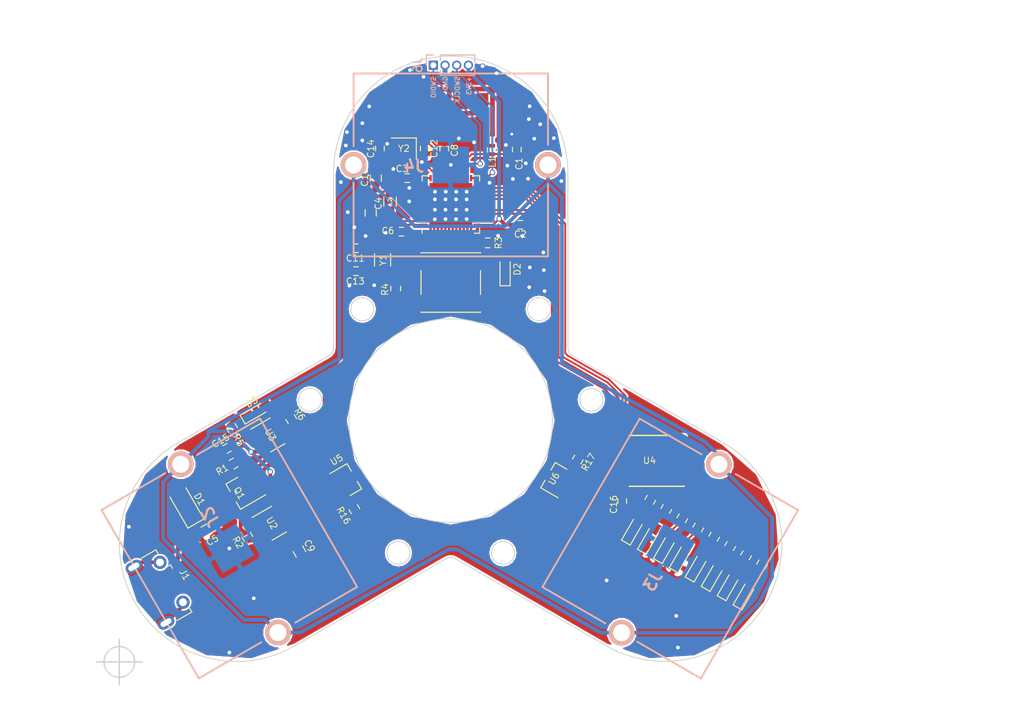
<source format=kicad_pcb>
(kicad_pcb (version 4) (host pcbnew 4.0.7)
  (layers (0 F.Cu signal) (31 B.Cu signal) (34 B.Paste user) (35 F.Paste user) (36 B.SilkS user) (37 F.SilkS user) (38 B.Mask user) (39 F.Mask user) (44 Edge.Cuts user))
  (net 0 "")
  (net 1 "Net-(C1-Pad1)")
  (net 2 GND)
  (net 3 +3V3)
  (net 4 "Net-(C3-Pad2)")
  (net 5 "Net-(C4-Pad2)")
  (net 6 "Net-(C5-Pad1)")
  (net 7 "Net-(C6-Pad1)")
  (net 8 "Net-(C8-Pad1)")
  (net 9 "Net-(C10-Pad2)")
  (net 10 +BATT)
  (net 11 VBUS)
  (net 12 "Net-(D2-Pad2)")
  (net 13 "Net-(D3-Pad1)")
  (net 14 "Net-(D4-Pad2)")
  (net 15 "Net-(D5-Pad2)")
  (net 16 "Net-(D6-Pad2)")
  (net 17 "Net-(D7-Pad2)")
  (net 18 "Net-(D8-Pad2)")
  (net 19 "Net-(D9-Pad2)")
  (net 20 "Net-(D10-Pad2)")
  (net 21 "Net-(D11-Pad2)")
  (net 22 "Net-(J1-Pad3)")
  (net 23 "Net-(J1-Pad4)")
  (net 24 "Net-(J1-Pad2)")
  (net 25 /SWDIO)
  (net 26 /SWDCLK)
  (net 27 "Net-(L2-Pad2)")
  (net 28 "Net-(R2-Pad1)")
  (net 29 /USR_BTN)
  (net 30 "Net-(R5-Pad2)")
  (net 31 "Net-(R6-Pad1)")
  (net 32 "Net-(R7-Pad1)")
  (net 33 "Net-(R8-Pad1)")
  (net 34 "Net-(R9-Pad1)")
  (net 35 "Net-(R10-Pad1)")
  (net 36 "Net-(R11-Pad1)")
  (net 37 "Net-(R12-Pad1)")
  (net 38 "Net-(R13-Pad1)")
  (net 39 "Net-(R14-Pad1)")
  (net 40 "Net-(U1-Pad43)")
  (net 41 "Net-(U1-Pad42)")
  (net 42 "Net-(U1-Pad41)")
  (net 43 "Net-(U1-Pad40)")
  (net 44 "Net-(U1-Pad39)")
  (net 45 "Net-(U1-Pad38)")
  (net 46 "Net-(U1-Pad37)")
  (net 47 "Net-(U1-Pad29)")
  (net 48 "Net-(U1-Pad28)")
  (net 49 "Net-(U1-Pad27)")
  (net 50 /RCLK)
  (net 51 /SRCLR)
  (net 52 /SRCLK)
  (net 53 /SER)
  (net 54 "Net-(U1-Pad19)")
  (net 55 "Net-(U1-Pad12)")
  (net 56 "Net-(U1-Pad11)")
  (net 57 "Net-(U1-Pad10)")
  (net 58 "Net-(U1-Pad7)")
  (net 59 "Net-(U1-Pad6)")
  (net 60 "Net-(U1-Pad5)")
  (net 61 "Net-(U1-Pad4)")
  (net 62 "Net-(U2-Pad4)")
  (net 63 "Net-(U4-Pad9)")
  (net 64 /XL1)
  (net 65 /XC1)
  (net 66 /XL2)
  (net 67 /XC2)
  (net 68 /USR_LED)
  (net 69 /HALL2)
  (net 70 "Net-(U1-Pad24)")
  (net 71 "Net-(U1-Pad15)")
  (net 72 "Net-(U1-Pad14)")
  (net 73 "Net-(ANT1-Pad1)")
  (net 74 "Net-(J1-Pad6)")
  (net 75 "Net-(U1-Pad18)")
  (net 76 /HALL1)
  (module proj-fps:VIA.6mm (layer F.Cu) (at 144.47 41.05)
    (fp_text reference REF** hide)
    (fp_text value VIA.6mm hide)
    (pad 1 thru_hole circle (at 0 0) (size 0.6 0.6) (drill 0.4) (layers *.Cu) (net 2 GND))
  )
  (module proj-fps:VIA.6mm (layer F.Cu) (at 160.66 98.44)
    (fp_text reference REF** hide)
    (fp_text value VIA.6mm hide)
    (pad 1 thru_hole circle (at 0 0) (size 0.6 0.6) (drill 0.4) (layers *.Cu) (net 2 GND))
  )
  (module proj-fps:VIA.6mm (layer F.Cu) (at 132.85 45.71)
    (fp_text reference REF** hide)
    (fp_text value VIA.6mm hide)
    (pad 1 thru_hole circle (at 0 0) (size 0.6 0.6) (drill 0.4) (layers *.Cu) (net 2 GND))
  )
  (module proj-fps:3003 (layer B.Cu) (at 135.99668 46.02988)
    (fp_text reference J4 (at -4.01133 0.14533) (layer B.SilkS) (effects (font (size 1.27 1.27) (thickness 0.254)) (justify mirror)))
    (fp_text value BattHolder hide)
    (pad 1 thru_hole circle (at -10.555 0 270) (size 2.8 2.8) (drill 1.85) (layers *.Cu *.Mask B.SilkS) (net 10 +BATT))
    (pad 1 thru_hole circle (at 10.555 0 270) (size 2.8 2.8) (drill 1.85) (layers *.Cu *.Mask B.SilkS) (net 10 +BATT))
    (pad 2 smd rect (at 0 0 270) (size 3.96 3.96) (layers B.Cu B.Paste B.Mask) (net 2 GND))
  )
  (module proj-fps:VIA.6mm (layer F.Cu) (at 139.446 35.306)
    (fp_text reference REF** hide)
    (fp_text value VIA.6mm hide)
    (pad 1 thru_hole circle (at 0 0) (size 0.6 0.6) (drill 0.4) (layers *.Cu) (net 2 GND))
  )
  (module proj-fps:VIA.6mm (layer F.Cu) (at 143.75 53.75)
    (fp_text reference REF** hide)
    (fp_text value VIA.6mm hide)
    (pad 1 thru_hole circle (at 0 0) (size 0.6 0.6) (drill 0.4) (layers *.Cu) (net 2 GND))
  )
  (module proj-fps:VIA.6mm (layer F.Cu) (at 126.74 53.75)
    (fp_text reference REF** hide)
    (fp_text value VIA.6mm hide)
    (pad 1 thru_hole circle (at 0 0) (size 0.6 0.6) (drill 0.4) (layers *.Cu) (net 2 GND))
  )
  (module proj-fps:VIA.6mm (layer F.Cu) (at 131.56 35.73)
    (fp_text reference REF** hide)
    (fp_text value VIA.6mm hide)
    (pad 1 thru_hole circle (at 0 0) (size 0.6 0.6) (drill 0.4) (layers *.Cu) (net 2 GND))
  )
  (module proj-fps:VIA.6mm (layer F.Cu) (at 147.19 43.12)
    (fp_text reference REF** hide)
    (fp_text value VIA.6mm hide)
    (pad 1 thru_hole circle (at 0 0) (size 0.6 0.6) (drill 0.4) (layers *.Cu) (net 2 GND))
  )
  (module proj-fps:VIA.6mm (layer F.Cu) (at 146.18 59.73)
    (fp_text reference REF** hide)
    (fp_text value VIA.6mm hide)
    (pad 1 thru_hole circle (at 0 0) (size 0.6 0.6) (drill 0.4) (layers *.Cu) (net 2 GND))
  )
  (module proj-fps:VIA.6mm (layer F.Cu) (at 144.51 59.31)
    (fp_text reference REF** hide)
    (fp_text value VIA.6mm hide)
    (pad 1 thru_hole circle (at 0 0) (size 0.6 0.6) (drill 0.4) (layers *.Cu) (net 2 GND))
  )
  (module proj-fps:VIA.6mm (layer F.Cu) (at 144.58 57.16)
    (fp_text reference REF** hide)
    (fp_text value VIA.6mm hide)
    (pad 1 thru_hole circle (at 0 0) (size 0.6 0.6) (drill 0.4) (layers *.Cu) (net 2 GND))
  )
  (module proj-fps:3003 (layer B.Cu) (at 159.83 87.69 60)
    (fp_text reference J3 (at -4.01133 0.14533 60) (layer B.SilkS) (effects (font (size 1.27 1.27) (thickness 0.254)) (justify mirror)))
    (fp_text value BattHolder hide)
    (pad 1 thru_hole circle (at -10.555 0 330) (size 2.8 2.8) (drill 1.85) (layers *.Cu *.Mask B.SilkS) (net 10 +BATT))
    (pad 1 thru_hole circle (at 10.555 0 330) (size 2.8 2.8) (drill 1.85) (layers *.Cu *.Mask B.SilkS) (net 10 +BATT))
    (pad 2 smd rect (at 0 0 330) (size 3.96 3.96) (layers B.Cu B.Paste B.Mask) (net 2 GND))
  )
  (module proj-fps:VIA.6mm (layer F.Cu) (at 114.6 93.09)
    (fp_text reference REF** hide)
    (fp_text value VIA.6mm hide)
    (pad 1 thru_hole circle (at 0 0) (size 0.6 0.6) (drill 0.4) (layers *.Cu) (net 2 GND))
  )
  (module proj-fps:VIA.6mm (layer F.Cu) (at 152.92 91.15)
    (fp_text reference REF** hide)
    (fp_text value VIA.6mm hide)
    (pad 1 thru_hole circle (at 0 0) (size 0.6 0.6) (drill 0.4) (layers *.Cu) (net 2 GND))
  )
  (module proj-fps:VIA.6mm (layer F.Cu) (at 160.48 95)
    (fp_text reference REF** hide)
    (fp_text value VIA.6mm hide)
    (pad 1 thru_hole circle (at 0 0) (size 0.6 0.6) (drill 0.4) (layers *.Cu) (net 2 GND))
  )
  (module proj-fps:VIA.6mm (layer F.Cu) (at 111.95 98.98)
    (fp_text reference REF** hide)
    (fp_text value VIA.6mm hide)
    (pad 1 thru_hole circle (at 0 0) (size 0.6 0.6) (drill 0.4) (layers *.Cu) (net 2 GND))
  )
  (module proj-fps:VIA.6mm (layer F.Cu) (at 101.04 85.32)
    (fp_text reference REF** hide)
    (fp_text value VIA.6mm hide)
    (pad 1 thru_hole circle (at 0 0) (size 0.6 0.6) (drill 0.4) (layers *.Cu) (net 2 GND))
  )
  (module proj-fps:VIA.6mm (layer F.Cu) (at 111.95 87.68)
    (fp_text reference REF** hide)
    (fp_text value VIA.6mm hide)
    (pad 1 thru_hole circle (at 0 0) (size 0.6 0.6) (drill 0.4) (layers *.Cu) (net 2 GND))
  )
  (module proj-fps:VIA.6mm (layer F.Cu) (at 148 47.78)
    (fp_text reference REF** hide)
    (fp_text value VIA.6mm hide)
    (pad 1 thru_hole circle (at 0 0) (size 0.6 0.6) (drill 0.4) (layers *.Cu) (net 2 GND))
  )
  (module proj-fps:VIA.6mm (layer F.Cu) (at 124.72 42.46)
    (fp_text reference REF** hide)
    (fp_text value VIA.6mm hide)
    (pad 1 thru_hole circle (at 0 0) (size 0.6 0.6) (drill 0.4) (layers *.Cu) (net 2 GND))
  )
  (module proj-fps:VIA.6mm (layer F.Cu) (at 124.06 47.89)
    (fp_text reference REF** hide)
    (fp_text value VIA.6mm hide)
    (pad 1 thru_hole circle (at 0 0) (size 0.6 0.6) (drill 0.4) (layers *.Cu) (net 2 GND))
  )
  (module proj-fps:VIA.6mm (layer F.Cu) (at 136.87 43.15)
    (fp_text reference REF** hide)
    (fp_text value VIA.6mm hide)
    (pad 1 thru_hole circle (at 0 0) (size 0.6 0.6) (drill 0.4) (layers *.Cu) (net 2 GND))
  )
  (module proj-fps:VIA.6mm (layer F.Cu) (at 129.09 43.74)
    (fp_text reference REF** hide)
    (fp_text value VIA.6mm hide)
    (pad 1 thru_hole circle (at 0 0) (size 0.6 0.6) (drill 0.4) (layers *.Cu) (net 2 GND))
  )
  (module proj-fps:VIA.6mm (layer F.Cu) (at 126.39 43.37)
    (fp_text reference REF** hide)
    (fp_text value VIA.6mm hide)
    (pad 1 thru_hole circle (at 0 0) (size 0.6 0.6) (drill 0.4) (layers *.Cu) (net 2 GND))
  )
  (module proj-fps:VIA.6mm (layer F.Cu) (at 141.98 43.86)
    (fp_text reference REF** hide)
    (fp_text value VIA.6mm hide)
    (pad 1 thru_hole circle (at 0 0) (size 0.6 0.6) (drill 0.4) (layers *.Cu) (net 2 GND))
  )
  (module proj-fps:VIA.6mm (layer F.Cu) (at 142.14 46.1)
    (fp_text reference REF** hide)
    (fp_text value VIA.6mm hide)
    (pad 1 thru_hole circle (at 0 0) (size 0.6 0.6) (drill 0.4) (layers *.Cu) (net 2 GND))
  )
  (module proj-fps:VIA.6mm (layer F.Cu) (at 144.14 45.85)
    (fp_text reference REF** hide)
    (fp_text value VIA.6mm hide)
    (pad 1 thru_hole circle (at 0 0) (size 0.6 0.6) (drill 0.4) (layers *.Cu) (net 2 GND))
  )
  (module proj-fps:VIA.6mm (layer F.Cu) (at 141.13 53.72)
    (fp_text reference REF** hide)
    (fp_text value VIA.6mm hide)
    (pad 1 thru_hole circle (at 0 0) (size 0.6 0.6) (drill 0.4) (layers *.Cu) (net 2 GND))
  )
  (module proj-fps:VIA.6mm (layer F.Cu) (at 127.68326 59.09818)
    (fp_text reference REF** hide)
    (fp_text value VIA.6mm hide)
    (pad 1 thru_hole circle (at 0 0) (size 0.6 0.6) (drill 0.4) (layers *.Cu) (net 2 GND))
  )
  (module proj-fps:VIA.6mm (layer F.Cu) (at 124.81 51.16)
    (fp_text reference REF** hide)
    (fp_text value VIA.6mm hide)
    (pad 1 thru_hole circle (at 0 0) (size 0.6 0.6) (drill 0.4) (layers *.Cu) (net 2 GND))
  )
  (module proj-fps:VIA.6mm (layer F.Cu) (at 125.53 52.8)
    (fp_text reference REF** hide)
    (fp_text value VIA.6mm hide)
    (pad 1 thru_hole circle (at 0 0) (size 0.6 0.6) (drill 0.4) (layers *.Cu) (net 2 GND))
  )
  (module proj-fps:VIA.6mm (layer F.Cu) (at 133.04 36.46)
    (fp_text reference REF** hide)
    (fp_text value VIA.6mm hide)
    (pad 1 thru_hole circle (at 0 0) (size 0.6 0.6) (drill 0.4) (layers *.Cu) (net 2 GND))
  )
  (module proj-fps:VIA.6mm (layer F.Cu) (at 144.56 39.66)
    (fp_text reference REF** hide)
    (fp_text value VIA.6mm hide)
    (pad 1 thru_hole circle (at 0 0) (size 0.6 0.6) (drill 0.4) (layers *.Cu) (net 2 GND))
  )
  (module proj-fps:VIA.6mm (layer F.Cu) (at 146.05 55.53)
    (fp_text reference REF** hide)
    (fp_text value VIA.6mm hide)
    (pad 1 thru_hole circle (at 0 0) (size 0.6 0.6) (drill 0.4) (layers *.Cu) (net 2 GND))
  )
  (module proj-fps:VIA.6mm (layer F.Cu) (at 128.93548 53.39842)
    (fp_text reference REF** hide)
    (fp_text value VIA.6mm hide)
    (pad 1 thru_hole circle (at 0 0) (size 0.6 0.6) (drill 0.4) (layers *.Cu) (net 2 GND))
  )
  (module proj-fps:VIA.6mm (layer F.Cu) (at 124.97816 59.13882)
    (fp_text reference REF** hide)
    (fp_text value VIA.6mm hide)
    (pad 1 thru_hole circle (at 0 0) (size 0.6 0.6) (drill 0.4) (layers *.Cu) (net 2 GND))
  )
  (module proj-fps:VIA.6mm (layer F.Cu) (at 146.1 57.45)
    (fp_text reference REF** hide)
    (fp_text value VIA.6mm hide)
    (pad 1 thru_hole circle (at 0 0) (size 0.6 0.6) (drill 0.4) (layers *.Cu) (net 2 GND))
  )
  (module proj-fps:VIA.6mm (layer F.Cu) (at 129.76 46.47)
    (fp_text reference REF** hide)
    (fp_text value VIA.6mm hide)
    (pad 1 thru_hole circle (at 0 0) (size 0.6 0.6) (drill 0.4) (layers *.Cu) (net 2 GND))
  )
  (module proj-fps:VIA.6mm (layer F.Cu) (at 127.14 39.68)
    (fp_text reference REF** hide)
    (fp_text value VIA.6mm hide)
    (pad 1 thru_hole circle (at 0 0) (size 0.6 0.6) (drill 0.4) (layers *.Cu) (net 2 GND))
  )
  (module proj-fps:VIA.6mm (layer F.Cu) (at 126.39 41.49)
    (fp_text reference REF** hide)
    (fp_text value VIA.6mm hide)
    (pad 1 thru_hole circle (at 0 0) (size 0.6 0.6) (drill 0.4) (layers *.Cu) (net 2 GND))
  )
  (module proj-fps:VIA.6mm (layer F.Cu) (at 124.6 43.92)
    (fp_text reference REF** hide)
    (fp_text value VIA.6mm hide)
    (pad 1 thru_hole circle (at 0 0) (size 0.6 0.6) (drill 0.4) (layers *.Cu) (net 2 GND))
  )
  (module proj-fps:VIA.6mm (layer F.Cu) (at 144.39 47.53)
    (fp_text reference REF** hide)
    (fp_text value VIA.6mm hide)
    (pad 1 thru_hole circle (at 0 0) (size 0.6 0.6) (drill 0.4) (layers *.Cu) (net 2 GND))
  )
  (module proj-fps:VIA.6mm (layer F.Cu) (at 140.2 47.97)
    (fp_text reference REF** hide)
    (fp_text value VIA.6mm hide)
    (pad 1 thru_hole circle (at 0 0) (size 0.6 0.6) (drill 0.4) (layers *.Cu) (net 2 GND))
  )
  (module proj-fps:VIA.6mm (layer F.Cu) (at 142.74 47.55)
    (fp_text reference REF** hide)
    (fp_text value VIA.6mm hide)
    (pad 1 thru_hole circle (at 0 0) (size 0.6 0.6) (drill 0.4) (layers *.Cu) (net 2 GND))
  )
  (module proj-fps:VIA.6mm (layer F.Cu) (at 145.71 41.61)
    (fp_text reference REF** hide)
    (fp_text value VIA.6mm hide)
    (pad 1 thru_hole circle (at 0 0) (size 0.6 0.6) (drill 0.4) (layers *.Cu) (net 2 GND))
  )
  (module proj-fps:VIA.6mm (layer F.Cu) (at 140.97 36.068)
    (fp_text reference REF** hide)
    (fp_text value VIA.6mm hide)
    (pad 1 thru_hole circle (at 0 0) (size 0.6 0.6) (drill 0.4) (layers *.Cu) (net 2 GND))
  )
  (module proj-fps:VIA.6mm (layer F.Cu) (at 145.06 43.18)
    (fp_text reference REF** hide)
    (fp_text value VIA.6mm hide)
    (pad 1 thru_hole circle (at 0 0) (size 0.6 0.6) (drill 0.4) (layers *.Cu) (net 2 GND))
  )
  (module proj-fps:VIA.6mm (layer F.Cu) (at 138.53 43.57)
    (fp_text reference REF** hide)
    (fp_text value VIA.6mm hide)
    (pad 1 thru_hole circle (at 0 0) (size 0.6 0.6) (drill 0.4) (layers *.Cu) (net 2 GND))
  )
  (module proj-fps:VIA.6mm (layer F.Cu) (at 131.48 49.99)
    (fp_text reference REF** hide)
    (fp_text value VIA.6mm hide)
    (pad 1 thru_hole circle (at 0 0) (size 0.6 0.6) (drill 0.4) (layers *.Cu) (net 2 GND))
  )
  (module proj-fps:VIA.6mm (layer F.Cu) (at 131.49 48.52)
    (fp_text reference REF** hide)
    (fp_text value VIA.6mm hide)
    (pad 1 thru_hole circle (at 0 0) (size 0.6 0.6) (drill 0.4) (layers *.Cu) (net 2 GND))
  )
  (module proj-fps:VIA.6mm (layer F.Cu) (at 134.26 51.93)
    (fp_text reference REF** hide)
    (fp_text value VIA.6mm hide)
    (pad 1 thru_hole circle (at 0 0) (size 0.6 0.6) (drill 0.4) (layers *.Cu) (net 2 GND))
  )
  (module proj-fps:VIA.6mm (layer F.Cu) (at 137.72 51.91)
    (fp_text reference REF** hide)
    (fp_text value VIA.6mm hide)
    (pad 1 thru_hole circle (at 0 0) (size 0.6 0.6) (drill 0.4) (layers *.Cu) (net 2 GND))
  )
  (module proj-fps:VIA.6mm (layer F.Cu) (at 136.57 51.91)
    (fp_text reference REF** hide)
    (fp_text value VIA.6mm hide)
    (pad 1 thru_hole circle (at 0 0) (size 0.6 0.6) (drill 0.4) (layers *.Cu) (net 2 GND))
  )
  (module proj-fps:VIA.6mm (layer F.Cu) (at 135.42 51.91)
    (fp_text reference REF** hide)
    (fp_text value VIA.6mm hide)
    (pad 1 thru_hole circle (at 0 0) (size 0.6 0.6) (drill 0.4) (layers *.Cu) (net 2 GND))
  )
  (module proj-fps:VIA.6mm (layer F.Cu) (at 134.27 50.89)
    (fp_text reference REF** hide)
    (fp_text value VIA.6mm hide)
    (pad 1 thru_hole circle (at 0 0) (size 0.6 0.6) (drill 0.4) (layers *.Cu) (net 2 GND))
  )
  (module proj-fps:VIA.6mm (layer F.Cu) (at 137.72 50.89)
    (fp_text reference REF** hide)
    (fp_text value VIA.6mm hide)
    (pad 1 thru_hole circle (at 0 0) (size 0.6 0.6) (drill 0.4) (layers *.Cu) (net 2 GND))
  )
  (module proj-fps:VIA.6mm (layer F.Cu) (at 136.57 50.89)
    (fp_text reference REF** hide)
    (fp_text value VIA.6mm hide)
    (pad 1 thru_hole circle (at 0 0) (size 0.6 0.6) (drill 0.4) (layers *.Cu) (net 2 GND))
  )
  (module proj-fps:VIA.6mm (layer F.Cu) (at 135.42 50.89)
    (fp_text reference REF** hide)
    (fp_text value VIA.6mm hide)
    (pad 1 thru_hole circle (at 0 0) (size 0.6 0.6) (drill 0.4) (layers *.Cu) (net 2 GND))
  )
  (module proj-fps:VIA.6mm (layer F.Cu) (at 134.27 49.77)
    (fp_text reference REF** hide)
    (fp_text value VIA.6mm hide)
    (pad 1 thru_hole circle (at 0 0) (size 0.6 0.6) (drill 0.4) (layers *.Cu) (net 2 GND))
  )
  (module proj-fps:VIA.6mm (layer F.Cu) (at 137.72 49.77)
    (fp_text reference REF** hide)
    (fp_text value VIA.6mm hide)
    (pad 1 thru_hole circle (at 0 0) (size 0.6 0.6) (drill 0.4) (layers *.Cu) (net 2 GND))
  )
  (module proj-fps:VIA.6mm (layer F.Cu) (at 136.57 49.77)
    (fp_text reference REF** hide)
    (fp_text value VIA.6mm hide)
    (pad 1 thru_hole circle (at 0 0) (size 0.6 0.6) (drill 0.4) (layers *.Cu) (net 2 GND))
  )
  (module proj-fps:VIA.6mm (layer F.Cu) (at 135.42 49.77)
    (fp_text reference REF** hide)
    (fp_text value VIA.6mm hide)
    (pad 1 thru_hole circle (at 0 0) (size 0.6 0.6) (drill 0.4) (layers *.Cu) (net 2 GND))
  )
  (module proj-fps:VIA.6mm (layer F.Cu) (at 136.58 48.94)
    (fp_text reference REF** hide)
    (fp_text value VIA.6mm hide)
    (pad 1 thru_hole circle (at 0 0) (size 0.6 0.6) (drill 0.4) (layers *.Cu) (net 2 GND))
  )
  (module proj-fps:VIA.6mm (layer F.Cu) (at 137.72 48.94)
    (fp_text reference REF** hide)
    (fp_text value VIA.6mm hide)
    (pad 1 thru_hole circle (at 0 0) (size 0.6 0.6) (drill 0.4) (layers *.Cu) (net 2 GND))
  )
  (module proj-fps:VIA.6mm (layer F.Cu) (at 135.45 48.94)
    (fp_text reference REF** hide)
    (fp_text value VIA.6mm hide)
    (pad 1 thru_hole circle (at 0 0) (size 0.6 0.6) (drill 0.4) (layers *.Cu) (net 2 GND))
  )
  (module Capacitors_SMD:C_0402 (layer F.Cu) (at 143.16456 44.3611 90)
    (fp_text reference C1)
    (fp_text value 0.8pF)
    (fp_text user %R (at -1.5367 0.25146 90) (layer F.SilkS) (effects (font (size 0.7 0.7) (thickness 0.1))))
    (pad 1 smd rect (at -0.55 0 90) (size 0.6 0.5) (layers F.Cu F.Paste F.Mask) (net 1 "Net-(C1-Pad1)"))
    (pad 2 smd rect (at 0.55 0 90) (size 0.6 0.5) (layers F.Cu F.Paste F.Mask) (net 2 GND))
  )
  (module Capacitors_SMD:C_0402 (layer F.Cu) (at 131.26 47.46)
    (fp_text reference C3)
    (fp_text value 0.1uF)
    (fp_text user %R (at -0.556 -1.018) (layer F.SilkS) (effects (font (size 0.7 0.7) (thickness 0.1))))
    (pad 1 smd rect (at -0.55 0) (size 0.6 0.5) (layers F.Cu F.Paste F.Mask) (net 2 GND))
    (pad 2 smd rect (at 0.55 0) (size 0.6 0.5) (layers F.Cu F.Paste F.Mask) (net 4 "Net-(C3-Pad2)"))
  )
  (module Capacitors_SMD:C_0603_HandSoldering (layer F.Cu) (at 127.29718 51.24196 270)
    (fp_text reference C4)
    (fp_text value 4.7uF)
    (fp_text user %R (at -1.034 -0.83 270) (layer F.SilkS) (effects (font (size 0.7 0.7) (thickness 0.1))))
    (pad 1 smd rect (at -0.95 0 270) (size 1.2 0.75) (layers F.Cu F.Paste F.Mask) (net 2 GND))
    (pad 2 smd rect (at 0.95 0 270) (size 1.2 0.75) (layers F.Cu F.Paste F.Mask) (net 5 "Net-(C4-Pad2)"))
  )
  (module Capacitors_SMD:C_0402 (layer F.Cu) (at 130.63982 53.2765 180)
    (fp_text reference C6)
    (fp_text value 0.1uF)
    (fp_text user %R (at 1.46812 0.0889 180) (layer F.SilkS) (effects (font (size 0.7 0.7) (thickness 0.1))))
    (pad 1 smd rect (at -0.55 0 180) (size 0.6 0.5) (layers F.Cu F.Paste F.Mask) (net 7 "Net-(C6-Pad1)"))
    (pad 2 smd rect (at 0.55 0 180) (size 0.6 0.5) (layers F.Cu F.Paste F.Mask) (net 2 GND))
  )
  (module Capacitors_SMD:C_0402 (layer F.Cu) (at 135.29 44.26 90)
    (fp_text reference C8)
    (fp_text value 100pF)
    (fp_text user %R (at -0.19 1.108 90) (layer F.SilkS) (effects (font (size 0.7 0.7) (thickness 0.1))))
    (pad 1 smd rect (at -0.55 0 90) (size 0.6 0.5) (layers F.Cu F.Paste F.Mask) (net 8 "Net-(C8-Pad1)"))
    (pad 2 smd rect (at 0.55 0 90) (size 0.6 0.5) (layers F.Cu F.Paste F.Mask) (net 2 GND))
  )
  (module Capacitors_SMD:C_0603_HandSoldering (layer F.Cu) (at 127.85 47.46 270)
    (fp_text reference C10)
    (fp_text value 1uF)
    (fp_text user %R (at -0.08 1.2 270) (layer F.SilkS) (effects (font (size 0.7 0.7) (thickness 0.1))))
    (pad 1 smd rect (at -0.95 0 270) (size 1.2 0.75) (layers F.Cu F.Paste F.Mask) (net 2 GND))
    (pad 2 smd rect (at 0.95 0 270) (size 1.2 0.75) (layers F.Cu F.Paste F.Mask) (net 9 "Net-(C10-Pad2)"))
  )
  (module Capacitors_SMD:C_0402 (layer F.Cu) (at 125.68428 55.07482 180)
    (fp_text reference C11)
    (fp_text value 15pF)
    (fp_text user %R (at 0.05842 -1.08966 180) (layer F.SilkS) (effects (font (size 0.7 0.7) (thickness 0.1))))
    (pad 1 smd rect (at -0.55 0 180) (size 0.6 0.5) (layers F.Cu F.Paste F.Mask) (net 64 /XL1))
    (pad 2 smd rect (at 0.55 0 180) (size 0.6 0.5) (layers F.Cu F.Paste F.Mask) (net 2 GND))
  )
  (module Capacitors_SMD:C_0402 (layer F.Cu) (at 133.17 44.25 270)
    (fp_text reference C12)
    (fp_text value 6pF)
    (fp_text user %R (at 0 -1.012 270) (layer F.SilkS) (effects (font (size 0.7 0.7) (thickness 0.1))))
    (pad 1 smd rect (at -0.55 0 270) (size 0.6 0.5) (layers F.Cu F.Paste F.Mask) (net 65 /XC1))
    (pad 2 smd rect (at 0.55 0 270) (size 0.6 0.5) (layers F.Cu F.Paste F.Mask) (net 2 GND))
  )
  (module Capacitors_SMD:C_0402 (layer F.Cu) (at 125.69444 57.56402 180)
    (fp_text reference C13)
    (fp_text value 15pF)
    (fp_text user %R (at 0.07112 -1.09474 180) (layer F.SilkS) (effects (font (size 0.7 0.7) (thickness 0.1))))
    (pad 1 smd rect (at -0.55 0 180) (size 0.6 0.5) (layers F.Cu F.Paste F.Mask) (net 66 /XL2))
    (pad 2 smd rect (at 0.55 0 180) (size 0.6 0.5) (layers F.Cu F.Paste F.Mask) (net 2 GND))
  )
  (module Capacitors_SMD:C_0402 (layer F.Cu) (at 128.3 44.25 90)
    (fp_text reference C14)
    (fp_text value 6pF)
    (fp_text user %R (at -0.02 -0.99 90) (layer F.SilkS) (effects (font (size 0.7 0.7) (thickness 0.1))))
    (pad 1 smd rect (at -0.55 0 90) (size 0.6 0.5) (layers F.Cu F.Paste F.Mask) (net 67 /XC2))
    (pad 2 smd rect (at 0.55 0 90) (size 0.6 0.5) (layers F.Cu F.Paste F.Mask) (net 2 GND))
  )
  (module Diodes_SMD:D_SOD-123 (layer F.Cu) (at 107.19054 83.02244 120)
    (fp_text reference D1)
    (fp_text value D_Schottky)
    (fp_text user %R (at -0.151399 1.667111 120) (layer F.SilkS) (effects (font (size 0.7 0.7) (thickness 0.1))))
    (pad 1 smd rect (at -1.65 0 120) (size 0.9 1.2) (layers F.Cu F.Paste F.Mask) (net 6 "Net-(C5-Pad1)"))
    (pad 2 smd rect (at 1.65 0 120) (size 0.9 1.2) (layers F.Cu F.Paste F.Mask) (net 11 VBUS))
  )
  (module LEDs:LED_0603_HandSoldering (layer F.Cu) (at 155.90774 85.48116 60)
    (fp_text reference D4)
    (fp_text value LED)
    (pad 1 smd rect (at -1.1 0 60) (size 1.2 0.9) (layers F.Cu F.Paste F.Mask) (net 2 GND))
    (pad 2 smd rect (at 1.1 0 60) (size 1.2 0.9) (layers F.Cu F.Paste F.Mask) (net 14 "Net-(D4-Pad2)"))
  )
  (module LEDs:LED_0603_HandSoldering (layer F.Cu) (at 157.64374 86.476968 60)
    (fp_text reference D5)
    (fp_text value LED)
    (pad 1 smd rect (at -1.1 0 60) (size 1.2 0.9) (layers F.Cu F.Paste F.Mask) (net 2 GND))
    (pad 2 smd rect (at 1.1 0 60) (size 1.2 0.9) (layers F.Cu F.Paste F.Mask) (net 15 "Net-(D5-Pad2)"))
  )
  (module LEDs:LED_0603_HandSoldering (layer F.Cu) (at 159.37094 87.487888 60)
    (fp_text reference D6)
    (fp_text value LED)
    (pad 1 smd rect (at -1.1 0 60) (size 1.2 0.9) (layers F.Cu F.Paste F.Mask) (net 2 GND))
    (pad 2 smd rect (at 1.1 0 60) (size 1.2 0.9) (layers F.Cu F.Paste F.Mask) (net 16 "Net-(D6-Pad2)"))
  )
  (module LEDs:LED_0603_HandSoldering (layer F.Cu) (at 161.10204 88.4936 60)
    (fp_text reference D7)
    (fp_text value LED)
    (pad 1 smd rect (at -1.1 0 60) (size 1.2 0.9) (layers F.Cu F.Paste F.Mask) (net 2 GND))
    (pad 2 smd rect (at 1.1 0 60) (size 1.2 0.9) (layers F.Cu F.Paste F.Mask) (net 17 "Net-(D7-Pad2)"))
  )
  (module LEDs:LED_0603_HandSoldering (layer F.Cu) (at 162.83178 89.49436 60)
    (fp_text reference D8)
    (fp_text value LED)
    (pad 1 smd rect (at -1.1 0 60) (size 1.2 0.9) (layers F.Cu F.Paste F.Mask) (net 2 GND))
    (pad 2 smd rect (at 1.1 0 60) (size 1.2 0.9) (layers F.Cu F.Paste F.Mask) (net 18 "Net-(D8-Pad2)"))
  )
  (module LEDs:LED_0603_HandSoldering (layer F.Cu) (at 164.57168 90.5129 60)
    (fp_text reference D9)
    (fp_text value LED)
    (pad 1 smd rect (at -1.1 0 60) (size 1.2 0.9) (layers F.Cu F.Paste F.Mask) (net 2 GND))
    (pad 2 smd rect (at 1.1 0 60) (size 1.2 0.9) (layers F.Cu F.Paste F.Mask) (net 19 "Net-(D9-Pad2)"))
  )
  (module LEDs:LED_0603_HandSoldering (layer F.Cu) (at 166.29888 91.519 60)
    (fp_text reference D10)
    (fp_text value LED)
    (pad 1 smd rect (at -1.1 0 60) (size 1.2 0.9) (layers F.Cu F.Paste F.Mask) (net 2 GND))
    (pad 2 smd rect (at 1.1 0 60) (size 1.2 0.9) (layers F.Cu F.Paste F.Mask) (net 20 "Net-(D10-Pad2)"))
  )
  (module LEDs:LED_0603_HandSoldering (layer F.Cu) (at 168.02944 92.519 60)
    (fp_text reference D11)
    (fp_text value LED)
    (pad 1 smd rect (at -1.1 0 60) (size 1.2 0.9) (layers F.Cu F.Paste F.Mask) (net 2 GND))
    (pad 2 smd rect (at 1.1 0 60) (size 1.2 0.9) (layers F.Cu F.Paste F.Mask) (net 21 "Net-(D11-Pad2)"))
  )
  (module Inductors_SMD:L_0402 (layer F.Cu) (at 140.50264 44.40174 270)
    (fp_text reference L1)
    (fp_text value 3.9nH)
    (fp_text user %R (at 1.31826 0 270) (layer F.SilkS) (effects (font (size 0.7 0.7) (thickness 0.1))))
    (pad 1 smd rect (at -0.45 0 270) (size 0.4 0.6) (layers F.Cu F.Paste F.Mask) (net 73 "Net-(ANT1-Pad1)"))
    (pad 2 smd rect (at 0.45 0 270) (size 0.4 0.6) (layers F.Cu F.Paste F.Mask) (net 1 "Net-(C1-Pad1)"))
  )
  (module TO_SOT_Packages_SMD:SOT-23_Handsoldering (layer F.Cu) (at 113.025 81.675 210)
    (fp_text reference Q1)
    (fp_text value Q_PMOS_DGS)
    (fp_text user %R (at 0 0 300) (layer F.SilkS) (effects (font (size 0.7 0.7) (thickness 0.1))))
    (pad 1 smd rect (at -1.5 -0.95 210) (size 1.9 0.8) (layers F.Cu F.Paste F.Mask) (net 10 +BATT))
    (pad 2 smd rect (at -1.5 0.95 210) (size 1.9 0.8) (layers F.Cu F.Paste F.Mask) (net 11 VBUS))
    (pad 3 smd rect (at 1.5 0 210) (size 1.9 0.8) (layers F.Cu F.Paste F.Mask) (net 6 "Net-(C5-Pad1)"))
  )
  (module Buttons_Switches_SMD:SW_SPST_PTS645 (layer F.Cu) (at 135.99414 58.79846 180)
    (fp_text reference SW1)
    (fp_text value SW_Push)
    (pad 2 smd rect (at -3.98 2.25 180) (size 1.55 1.3) (layers F.Cu F.Paste F.Mask) (net 29 /USR_BTN))
    (pad 1 smd rect (at -3.98 -2.25 180) (size 1.55 1.3) (layers F.Cu F.Paste F.Mask) (net 3 +3V3))
    (pad 1 smd rect (at 3.98 -2.25 180) (size 1.55 1.3) (layers F.Cu F.Paste F.Mask) (net 3 +3V3))
    (pad 2 smd rect (at 3.98 2.25 180) (size 1.55 1.3) (layers F.Cu F.Paste F.Mask) (net 29 /USR_BTN))
  )
  (module Package_DFN_QFN:QFN-48-1EP_6x6mm_P0.4mm_EP4.66x4.66mm (layer F.Cu) (at 136.005 50.325 90)
    (fp_text reference U1)
    (fp_text value NRF52832-QFAA-R)
    (pad 48 smd rect (at -2.2 -2.86 90) (size 0.25 0.68) (layers F.Cu F.Paste F.Mask) (net 5 "Net-(C4-Pad2)"))
    (pad 47 smd rect (at -1.8 -2.86 90) (size 0.25 0.68) (layers F.Cu F.Paste F.Mask) (net 27 "Net-(L2-Pad2)"))
    (pad 46 smd rect (at -1.4 -2.86 90) (size 0.25 0.68) (layers F.Cu F.Paste F.Mask) (net 9 "Net-(C10-Pad2)"))
    (pad 45 smd rect (at -1 -2.86 90) (size 0.25 0.68) (layers F.Cu F.Paste F.Mask) (net 2 GND))
    (pad 44 smd rect (at -0.6 -2.86 90) (size 0.25 0.68) (layers F.Cu F.Paste F.Mask))
    (pad 43 smd rect (at -0.2 -2.86 90) (size 0.25 0.68) (layers F.Cu F.Paste F.Mask) (net 40 "Net-(U1-Pad43)"))
    (pad 42 smd rect (at 0.2 -2.86 90) (size 0.25 0.68) (layers F.Cu F.Paste F.Mask) (net 41 "Net-(U1-Pad42)"))
    (pad 41 smd rect (at 0.6 -2.86 90) (size 0.25 0.68) (layers F.Cu F.Paste F.Mask) (net 42 "Net-(U1-Pad41)"))
    (pad 40 smd rect (at 1 -2.86 90) (size 0.25 0.68) (layers F.Cu F.Paste F.Mask) (net 43 "Net-(U1-Pad40)"))
    (pad 39 smd rect (at 1.4 -2.86 90) (size 0.25 0.68) (layers F.Cu F.Paste F.Mask) (net 44 "Net-(U1-Pad39)"))
    (pad 38 smd rect (at 1.8 -2.86 90) (size 0.25 0.68) (layers F.Cu F.Paste F.Mask) (net 45 "Net-(U1-Pad38)"))
    (pad 37 smd rect (at 2.2 -2.86 90) (size 0.25 0.68) (layers F.Cu F.Paste F.Mask) (net 46 "Net-(U1-Pad37)"))
    (pad 36 smd rect (at 2.86 -2.2 90) (size 0.68 0.25) (layers F.Cu F.Paste F.Mask) (net 4 "Net-(C3-Pad2)"))
    (pad 35 smd rect (at 2.86 -1.8 90) (size 0.68 0.25) (layers F.Cu F.Paste F.Mask) (net 67 /XC2))
    (pad 34 smd rect (at 2.86 -1.4 90) (size 0.68 0.25) (layers F.Cu F.Paste F.Mask) (net 65 /XC1))
    (pad 33 smd rect (at 2.86 -1 90) (size 0.68 0.25) (layers F.Cu F.Paste F.Mask) (net 8 "Net-(C8-Pad1)"))
    (pad 32 smd rect (at 2.86 -0.6 90) (size 0.68 0.25) (layers F.Cu F.Paste F.Mask) (net 2 GND))
    (pad 31 smd rect (at 2.86 -0.2 90) (size 0.68 0.25) (layers F.Cu F.Paste F.Mask) (net 2 GND))
    (pad 30 smd rect (at 2.86 0.2 90) (size 0.68 0.25) (layers F.Cu F.Paste F.Mask) (net 1 "Net-(C1-Pad1)"))
    (pad 29 smd rect (at 2.86 0.6 90) (size 0.68 0.25) (layers F.Cu F.Paste F.Mask) (net 47 "Net-(U1-Pad29)"))
    (pad 28 smd rect (at 2.86 1 90) (size 0.68 0.25) (layers F.Cu F.Paste F.Mask) (net 48 "Net-(U1-Pad28)"))
    (pad 27 smd rect (at 2.86 1.4 90) (size 0.68 0.25) (layers F.Cu F.Paste F.Mask) (net 49 "Net-(U1-Pad27)"))
    (pad 26 smd rect (at 2.86 1.8 90) (size 0.68 0.25) (layers F.Cu F.Paste F.Mask) (net 25 /SWDIO))
    (pad 25 smd rect (at 2.86 2.2 90) (size 0.68 0.25) (layers F.Cu F.Paste F.Mask) (net 26 /SWDCLK))
    (pad 24 smd rect (at 2.2 2.86 90) (size 0.25 0.68) (layers F.Cu F.Paste F.Mask) (net 70 "Net-(U1-Pad24)"))
    (pad 23 smd rect (at 1.8 2.86 90) (size 0.25 0.68) (layers F.Cu F.Paste F.Mask) (net 51 /SRCLR))
    (pad 22 smd rect (at 1.4 2.86 90) (size 0.25 0.68) (layers F.Cu F.Paste F.Mask) (net 52 /SRCLK))
    (pad 21 smd rect (at 1 2.86 90) (size 0.25 0.68) (layers F.Cu F.Paste F.Mask) (net 50 /RCLK))
    (pad 20 smd rect (at 0.6 2.86 90) (size 0.25 0.68) (layers F.Cu F.Paste F.Mask) (net 53 /SER))
    (pad 19 smd rect (at 0.2 2.86 90) (size 0.25 0.68) (layers F.Cu F.Paste F.Mask) (net 54 "Net-(U1-Pad19)"))
    (pad 18 smd rect (at -0.2 2.86 90) (size 0.25 0.68) (layers F.Cu F.Paste F.Mask) (net 75 "Net-(U1-Pad18)"))
    (pad 17 smd rect (at -0.6 2.86 90) (size 0.25 0.68) (layers F.Cu F.Paste F.Mask) (net 69 /HALL2))
    (pad 16 smd rect (at -1 2.86 90) (size 0.25 0.68) (layers F.Cu F.Paste F.Mask) (net 76 /HALL1))
    (pad 15 smd rect (at -1.4 2.86 90) (size 0.25 0.68) (layers F.Cu F.Paste F.Mask) (net 71 "Net-(U1-Pad15)"))
    (pad 14 smd rect (at -1.8 2.86 90) (size 0.25 0.68) (layers F.Cu F.Paste F.Mask) (net 72 "Net-(U1-Pad14)"))
    (pad 13 smd rect (at -2.2 2.86 90) (size 0.25 0.68) (layers F.Cu F.Paste F.Mask) (net 3 +3V3))
    (pad 12 smd rect (at -2.86 2.2 90) (size 0.68 0.25) (layers F.Cu F.Paste F.Mask) (net 55 "Net-(U1-Pad12)"))
    (pad 11 smd rect (at -2.86 1.8 90) (size 0.68 0.25) (layers F.Cu F.Paste F.Mask) (net 56 "Net-(U1-Pad11)"))
    (pad 10 smd rect (at -2.86 1.4 90) (size 0.68 0.25) (layers F.Cu F.Paste F.Mask) (net 57 "Net-(U1-Pad10)"))
    (pad 9 smd rect (at -2.86 1 90) (size 0.68 0.25) (layers F.Cu F.Paste F.Mask) (net 68 /USR_LED))
    (pad 8 smd rect (at -2.86 0.6 90) (size 0.68 0.25) (layers F.Cu F.Paste F.Mask) (net 29 /USR_BTN))
    (pad 7 smd rect (at -2.86 0.2 90) (size 0.68 0.25) (layers F.Cu F.Paste F.Mask) (net 58 "Net-(U1-Pad7)"))
    (pad 6 smd rect (at -2.86 -0.2 90) (size 0.68 0.25) (layers F.Cu F.Paste F.Mask) (net 59 "Net-(U1-Pad6)"))
    (pad 5 smd rect (at -2.86 -0.6 90) (size 0.68 0.25) (layers F.Cu F.Paste F.Mask) (net 60 "Net-(U1-Pad5)"))
    (pad 4 smd rect (at -2.86 -1 90) (size 0.68 0.25) (layers F.Cu F.Paste F.Mask) (net 61 "Net-(U1-Pad4)"))
    (pad 3 smd rect (at -2.86 -1.4 90) (size 0.68 0.25) (layers F.Cu F.Paste F.Mask) (net 66 /XL2))
    (pad 2 smd rect (at -2.86 -1.8 90) (size 0.68 0.25) (layers F.Cu F.Paste F.Mask) (net 64 /XL1))
    (pad 1 smd rect (at -2.86 -2.2 90) (size 0.68 0.25) (layers F.Cu F.Paste F.Mask) (net 7 "Net-(C6-Pad1)"))
    (pad 49 smd rect (at 0 0 90) (size 4.66 4.66) (layers F.Cu F.Mask) (net 2 GND))
  )
  (module TO_SOT_Packages_SMD:SOT-23-5 (layer F.Cu) (at 116.56568 84.93506 30)
    (fp_text reference U2)
    (fp_text value AP2112)
    (fp_text user %R (at 0 0 120) (layer F.SilkS) (effects (font (size 0.7 0.7) (thickness 0.1))))
    (pad 1 smd rect (at -1.1 -0.95 30) (size 1.06 0.65) (layers F.Cu F.Paste F.Mask) (net 6 "Net-(C5-Pad1)"))
    (pad 2 smd rect (at -1.1 0 30) (size 1.06 0.65) (layers F.Cu F.Paste F.Mask) (net 2 GND))
    (pad 3 smd rect (at -1.1 0.95 30) (size 1.06 0.65) (layers F.Cu F.Paste F.Mask) (net 28 "Net-(R2-Pad1)"))
    (pad 4 smd rect (at 1.1 0.95 30) (size 1.06 0.65) (layers F.Cu F.Paste F.Mask) (net 62 "Net-(U2-Pad4)"))
    (pad 5 smd rect (at 1.1 -0.95 30) (size 1.06 0.65) (layers F.Cu F.Paste F.Mask) (net 3 +3V3))
  )
  (module TO_SOT_Packages_SMD:SOT-23-5 (layer F.Cu) (at 116.412372 75.347276 30)
    (fp_text reference U3)
    (fp_text value MCP73831T-2ACI-OT)
    (fp_text user %R (at 0 0 120) (layer F.SilkS) (effects (font (size 0.7 0.7) (thickness 0.1))))
    (pad 1 smd rect (at -1.1 -0.95 30) (size 1.06 0.65) (layers F.Cu F.Paste F.Mask) (net 30 "Net-(R5-Pad2)"))
    (pad 2 smd rect (at -1.1 0 30) (size 1.06 0.65) (layers F.Cu F.Paste F.Mask) (net 2 GND))
    (pad 3 smd rect (at -1.1 0.95 30) (size 1.06 0.65) (layers F.Cu F.Paste F.Mask) (net 10 +BATT))
    (pad 4 smd rect (at 1.1 0.95 30) (size 1.06 0.65) (layers F.Cu F.Paste F.Mask) (net 11 VBUS))
    (pad 5 smd rect (at 1.1 -0.95 30) (size 1.06 0.65) (layers F.Cu F.Paste F.Mask) (net 31 "Net-(R6-Pad1)"))
  )
  (module Package_SO:TSSOP-16_4.4x5mm_P0.65mm (layer F.Cu) (at 157.58414 78.12786 180)
    (fp_text reference U4)
    (fp_text value 74HC595)
    (fp_text user %R (at 0 0 180) (layer F.SilkS) (effects (font (size 0.7 0.7) (thickness 0.1))))
    (pad 1 smd rect (at -2.95 -2.275 180) (size 1.5 0.45) (layers F.Cu F.Paste F.Mask) (net 33 "Net-(R8-Pad1)"))
    (pad 2 smd rect (at -2.95 -1.625 180) (size 1.5 0.45) (layers F.Cu F.Paste F.Mask) (net 34 "Net-(R9-Pad1)"))
    (pad 3 smd rect (at -2.95 -0.975 180) (size 1.5 0.45) (layers F.Cu F.Paste F.Mask) (net 35 "Net-(R10-Pad1)"))
    (pad 4 smd rect (at -2.95 -0.325 180) (size 1.5 0.45) (layers F.Cu F.Paste F.Mask) (net 36 "Net-(R11-Pad1)"))
    (pad 5 smd rect (at -2.95 0.325 180) (size 1.5 0.45) (layers F.Cu F.Paste F.Mask) (net 37 "Net-(R12-Pad1)"))
    (pad 6 smd rect (at -2.95 0.975 180) (size 1.5 0.45) (layers F.Cu F.Paste F.Mask) (net 38 "Net-(R13-Pad1)"))
    (pad 7 smd rect (at -2.95 1.625 180) (size 1.5 0.45) (layers F.Cu F.Paste F.Mask) (net 39 "Net-(R14-Pad1)"))
    (pad 8 smd rect (at -2.95 2.275 180) (size 1.5 0.45) (layers F.Cu F.Paste F.Mask) (net 2 GND))
    (pad 9 smd rect (at 2.95 2.275 180) (size 1.5 0.45) (layers F.Cu F.Paste F.Mask) (net 63 "Net-(U4-Pad9)"))
    (pad 10 smd rect (at 2.95 1.625 180) (size 1.5 0.45) (layers F.Cu F.Paste F.Mask) (net 51 /SRCLR))
    (pad 11 smd rect (at 2.95 0.975 180) (size 1.5 0.45) (layers F.Cu F.Paste F.Mask) (net 52 /SRCLK))
    (pad 12 smd rect (at 2.95 0.325 180) (size 1.5 0.45) (layers F.Cu F.Paste F.Mask) (net 50 /RCLK))
    (pad 13 smd rect (at 2.95 -0.325 180) (size 1.5 0.45) (layers F.Cu F.Paste F.Mask) (net 2 GND))
    (pad 14 smd rect (at 2.95 -0.975 180) (size 1.5 0.45) (layers F.Cu F.Paste F.Mask) (net 53 /SER))
    (pad 15 smd rect (at 2.95 -1.625 180) (size 1.5 0.45) (layers F.Cu F.Paste F.Mask) (net 32 "Net-(R7-Pad1)"))
    (pad 16 smd rect (at 2.95 -2.275 180) (size 1.5 0.45) (layers F.Cu F.Paste F.Mask) (net 3 +3V3))
  )
  (module Crystals:Crystal_SMD_3215-2pin_3.2x1.5mm (layer F.Cu) (at 128.5875 56.33498 90)
    (fp_text reference Y1)
    (fp_text value 32768kHz)
    (fp_text user %R (at -0.03016 0.05842 90) (layer F.SilkS) (effects (font (size 0.7 0.7) (thickness 0.1))))
    (pad 1 smd rect (at 1.25 0 90) (size 1 1.8) (layers F.Cu F.Paste F.Mask) (net 64 /XL1))
    (pad 2 smd rect (at -1.25 0 90) (size 1 1.8) (layers F.Cu F.Paste F.Mask) (net 66 /XL2))
  )
  (module Crystals:Crystal_SMD_2016-4pin_2.0x1.6mm (layer F.Cu) (at 130.9 44.25 180)
    (fp_text reference Y2)
    (fp_text value 32MHz)
    (fp_text user %R (at 0 0 180) (layer F.SilkS) (effects (font (size 0.7 0.7) (thickness 0.1))))
    (pad 1 smd rect (at -0.7 0.55 180) (size 0.9 0.8) (layers F.Cu F.Paste F.Mask) (net 65 /XC1))
    (pad 2 smd rect (at 0.7 0.55 180) (size 0.9 0.8) (layers F.Cu F.Paste F.Mask) (net 2 GND))
    (pad 3 smd rect (at 0.7 -0.55 180) (size 0.9 0.8) (layers F.Cu F.Paste F.Mask) (net 67 /XC2))
    (pad 4 smd rect (at -0.7 -0.55 180) (size 0.9 0.8) (layers F.Cu F.Paste F.Mask) (net 2 GND))
  )
  (module Inductors_SMD:L_0603_HandSoldering (layer F.Cu) (at 129.4 50.02 270)
    (fp_text reference L2)
    (fp_text value 10uH)
    (fp_text user %R (at 0 0 270) (layer F.SilkS) (effects (font (size 0.4 0.4) (thickness 0.075))))
    (pad 1 smd rect (at -1.1 0 270) (size 1.2 0.9) (layers F.Cu F.Paste F.Mask) (net 9 "Net-(C10-Pad2)"))
    (pad 2 smd rect (at 1.1 0 270) (size 1.2 0.9) (layers F.Cu F.Paste F.Mask) (net 27 "Net-(L2-Pad2)"))
  )
  (module Resistors_SMD:R_0402 (layer F.Cu) (at 157.65898 82.400268 240)
    (fp_text reference R7)
    (fp_text value 330)
    (pad 1 smd rect (at -0.45 0 240) (size 0.4 0.6) (layers F.Cu F.Paste F.Mask) (net 32 "Net-(R7-Pad1)"))
    (pad 2 smd rect (at 0.45 0 240) (size 0.4 0.6) (layers F.Cu F.Paste F.Mask) (net 14 "Net-(D4-Pad2)"))
  )
  (module Resistors_SMD:R_0402 (layer F.Cu) (at 159.40142 83.393408 240)
    (fp_text reference R8)
    (fp_text value 330)
    (pad 1 smd rect (at -0.45 0 240) (size 0.4 0.6) (layers F.Cu F.Paste F.Mask) (net 33 "Net-(R8-Pad1)"))
    (pad 2 smd rect (at 0.45 0 240) (size 0.4 0.6) (layers F.Cu F.Paste F.Mask) (net 15 "Net-(D5-Pad2)"))
  )
  (module Resistors_SMD:R_0402 (layer F.Cu) (at 161.13624 84.399248 240)
    (fp_text reference R9)
    (fp_text value 330)
    (pad 1 smd rect (at -0.45 0 240) (size 0.4 0.6) (layers F.Cu F.Paste F.Mask) (net 34 "Net-(R9-Pad1)"))
    (pad 2 smd rect (at 0.45 0 240) (size 0.4 0.6) (layers F.Cu F.Paste F.Mask) (net 16 "Net-(D6-Pad2)"))
  )
  (module Resistors_SMD:R_0402 (layer F.Cu) (at 162.86988 85.40496 240)
    (fp_text reference R10)
    (fp_text value 330)
    (pad 1 smd rect (at -0.45 0 240) (size 0.4 0.6) (layers F.Cu F.Paste F.Mask) (net 35 "Net-(R10-Pad1)"))
    (pad 2 smd rect (at 0.45 0 240) (size 0.4 0.6) (layers F.Cu F.Paste F.Mask) (net 17 "Net-(D7-Pad2)"))
  )
  (module Resistors_SMD:R_0402 (layer F.Cu) (at 164.59454 86.40318 240)
    (fp_text reference R11)
    (fp_text value 330)
    (pad 1 smd rect (at -0.45 0 240) (size 0.4 0.6) (layers F.Cu F.Paste F.Mask) (net 36 "Net-(R11-Pad1)"))
    (pad 2 smd rect (at 0.45 0 240) (size 0.4 0.6) (layers F.Cu F.Paste F.Mask) (net 18 "Net-(D8-Pad2)"))
  )
  (module Resistors_SMD:R_0402 (layer F.Cu) (at 166.33834 87.416512 240)
    (fp_text reference R12)
    (fp_text value 330)
    (pad 1 smd rect (at -0.45 0 240) (size 0.4 0.6) (layers F.Cu F.Paste F.Mask) (net 37 "Net-(R12-Pad1)"))
    (pad 2 smd rect (at 0.45 0 240) (size 0.4 0.6) (layers F.Cu F.Paste F.Mask) (net 19 "Net-(D9-Pad2)"))
  )
  (module Resistors_SMD:R_0402 (layer F.Cu) (at 168.063 88.424892 240)
    (fp_text reference R13)
    (fp_text value 330)
    (pad 1 smd rect (at -0.45 0 240) (size 0.4 0.6) (layers F.Cu F.Paste F.Mask) (net 38 "Net-(R13-Pad1)"))
    (pad 2 smd rect (at 0.45 0 240) (size 0.4 0.6) (layers F.Cu F.Paste F.Mask) (net 20 "Net-(D10-Pad2)"))
  )
  (module Resistors_SMD:R_0402 (layer F.Cu) (at 169.79528 89.420572 240)
    (fp_text reference R14)
    (fp_text value 330)
    (pad 1 smd rect (at -0.45 0 240) (size 0.4 0.6) (layers F.Cu F.Paste F.Mask) (net 39 "Net-(R14-Pad1)"))
    (pad 2 smd rect (at 0.45 0 240) (size 0.4 0.6) (layers F.Cu F.Paste F.Mask) (net 21 "Net-(D11-Pad2)"))
  )
  (module Capacitors_SMD:C_0603_HandSoldering (layer F.Cu) (at 109.47654 85.70976 210)
    (fp_text reference C5)
    (fp_text value 10uF)
    (fp_text user %R (at 0 -1.25 210) (layer F.SilkS) (effects (font (size 0.7 0.7) (thickness 0.1))))
    (pad 1 smd rect (at -0.95 0 210) (size 1.2 0.75) (layers F.Cu F.Paste F.Mask) (net 6 "Net-(C5-Pad1)"))
    (pad 2 smd rect (at 0.95 0 210) (size 1.2 0.75) (layers F.Cu F.Paste F.Mask) (net 2 GND))
  )
  (module Capacitors_SMD:C_0603_HandSoldering (layer F.Cu) (at 119.56 88.01 300)
    (fp_text reference C9)
    (fp_text value 10uF)
    (fp_text user %R (at 0 -1.25 300) (layer F.SilkS) (effects (font (size 0.7 0.7) (thickness 0.1))))
    (pad 1 smd rect (at -0.95 0 300) (size 1.2 0.75) (layers F.Cu F.Paste F.Mask) (net 3 +3V3))
    (pad 2 smd rect (at 0.95 0 300) (size 1.2 0.75) (layers F.Cu F.Paste F.Mask) (net 2 GND))
  )
  (module Resistors_SMD:R_0402 (layer F.Cu) (at 112.41786 78.45552 210)
    (fp_text reference R1)
    (fp_text value 100K)
    (fp_text user %R (at 1.408872 0.039763 390) (layer F.SilkS) (effects (font (size 0.7 0.7) (thickness 0.1))))
    (pad 1 smd rect (at -0.45 0 210) (size 0.4 0.6) (layers F.Cu F.Paste F.Mask) (net 11 VBUS))
    (pad 2 smd rect (at 0.45 0 210) (size 0.4 0.6) (layers F.Cu F.Paste F.Mask) (net 2 GND))
  )
  (module Resistors_SMD:R_0402 (layer F.Cu) (at 113.90884 86.42604 120)
    (fp_text reference R2)
    (fp_text value 100K)
    (fp_text user %R (at -0.018275 -1.188346 120) (layer F.SilkS) (effects (font (size 0.7 0.7) (thickness 0.1))))
    (pad 1 smd rect (at -0.45 0 120) (size 0.4 0.6) (layers F.Cu F.Paste F.Mask) (net 28 "Net-(R2-Pad1)"))
    (pad 2 smd rect (at 0.45 0 120) (size 0.4 0.6) (layers F.Cu F.Paste F.Mask) (net 6 "Net-(C5-Pad1)"))
  )
  (module Resistors_SMD:R_0402 (layer F.Cu) (at 140 54.49)
    (fp_text reference R3)
    (fp_text value 330)
    (fp_text user %R (at 1.18 0 90) (layer F.SilkS) (effects (font (size 0.7 0.7) (thickness 0.1))))
    (pad 1 smd rect (at -0.45 0) (size 0.4 0.6) (layers F.Cu F.Paste F.Mask) (net 68 /USR_LED))
    (pad 2 smd rect (at 0.45 0) (size 0.4 0.6) (layers F.Cu F.Paste F.Mask) (net 12 "Net-(D2-Pad2)"))
  )
  (module Resistors_SMD:R_0402 (layer F.Cu) (at 130.01244 59.45124 270)
    (fp_text reference R4)
    (fp_text value 10K)
    (fp_text user %R (at 0.103773 1.15226 270) (layer F.SilkS) (effects (font (size 0.7 0.7) (thickness 0.1))))
    (pad 1 smd rect (at -0.45 0 270) (size 0.4 0.6) (layers F.Cu F.Paste F.Mask) (net 29 /USR_BTN))
    (pad 2 smd rect (at 0.45 0 270) (size 0.4 0.6) (layers F.Cu F.Paste F.Mask) (net 2 GND))
  )
  (module Resistors_SMD:R_0402 (layer F.Cu) (at 112.24514 74.60742 300)
    (fp_text reference R5)
    (fp_text value 330)
    (fp_text user %R (at 1.475833 0.043782 300) (layer F.SilkS) (effects (font (size 0.7 0.7) (thickness 0.1))))
    (pad 1 smd rect (at -0.45 0 300) (size 0.4 0.6) (layers F.Cu F.Paste F.Mask) (net 13 "Net-(D3-Pad1)"))
    (pad 2 smd rect (at 0.45 0 300) (size 0.4 0.6) (layers F.Cu F.Paste F.Mask) (net 30 "Net-(R5-Pad2)"))
  )
  (module Resistors_SMD:R_0402 (layer F.Cu) (at 118.67642 73.6346 300)
    (fp_text reference R6)
    (fp_text value 10K)
    (fp_text user %R (at -0.001187 -1.067144 300) (layer F.SilkS) (effects (font (size 0.7 0.7) (thickness 0.1))))
    (pad 1 smd rect (at -0.45 0 300) (size 0.4 0.6) (layers F.Cu F.Paste F.Mask) (net 31 "Net-(R6-Pad1)"))
    (pad 2 smd rect (at 0.45 0 300) (size 0.4 0.6) (layers F.Cu F.Paste F.Mask) (net 2 GND))
  )
  (module Resistors_SMD:R_0402 (layer F.Cu) (at 149.79 78.02 240)
    (fp_text reference R17)
    (fp_text value 10K)
    (fp_text user %R (at -0.331688 -1.1585 240) (layer F.SilkS) (effects (font (size 0.7 0.7) (thickness 0.1))))
    (pad 1 smd rect (at -0.45 0 240) (size 0.4 0.6) (layers F.Cu F.Paste F.Mask) (net 3 +3V3))
    (pad 2 smd rect (at 0.45 0 240) (size 0.4 0.6) (layers F.Cu F.Paste F.Mask) (net 69 /HALL2))
  )
  (module Capacitors_SMD:C_0402 (layer F.Cu) (at 143.55 52.53 180)
    (fp_text reference C2)
    (fp_text value 0.1uF)
    (fp_text user %R (at 0 -1.03 180) (layer F.SilkS) (effects (font (size 0.7 0.7) (thickness 0.1))))
    (pad 1 smd rect (at -0.55 0 180) (size 0.6 0.5) (layers F.Cu F.Paste F.Mask) (net 2 GND))
    (pad 2 smd rect (at 0.55 0 180) (size 0.6 0.5) (layers F.Cu F.Paste F.Mask) (net 3 +3V3))
  )
  (module LEDs:LED_0603_HandSoldering (layer F.Cu) (at 141.89 57.35062 90)
    (fp_text reference D2 (at -0.01348 1.32432 90) (layer F.SilkS) (effects (font (size 0.7 0.7) (thickness 0.1))))
    (fp_text value BLUE)
    (pad 1 smd rect (at -1.1 0 90) (size 1.2 0.9) (layers F.Cu F.Paste F.Mask) (net 2 GND))
    (pad 2 smd rect (at 1.1 0 90) (size 1.2 0.9) (layers F.Cu F.Paste F.Mask) (net 12 "Net-(D2-Pad2)"))
  )
  (module LEDs:LED_0603_HandSoldering (layer F.Cu) (at 114.95024 72.78878 30)
    (fp_text reference D3 (at 0.012036 -1.167566 30) (layer F.SilkS) (effects (font (size 0.7 0.7) (thickness 0.1))))
    (fp_text value ORANGE)
    (pad 1 smd rect (at -1.1 0 30) (size 1.2 0.9) (layers F.Cu F.Paste F.Mask) (net 13 "Net-(D3-Pad1)"))
    (pad 2 smd rect (at 1.1 0 30) (size 1.2 0.9) (layers F.Cu F.Paste F.Mask) (net 11 VBUS))
  )
  (module Capacitors_SMD:C_0402 (layer F.Cu) (at 111.6965 76.81214 210)
    (fp_text reference C15)
    (fp_text value 0.1uF)
    (fp_text user %R (at 0.193718 1.064471 210) (layer F.SilkS) (effects (font (size 0.7 0.7) (thickness 0.1))))
    (pad 1 smd rect (at -0.55 0 210) (size 0.6 0.5) (layers F.Cu F.Paste F.Mask) (net 10 +BATT))
    (pad 2 smd rect (at 0.55 0 210) (size 0.6 0.5) (layers F.Cu F.Paste F.Mask) (net 2 GND))
  )
  (module Capacitors_SMD:C_0402 (layer F.Cu) (at 154.61488 82.53104 270)
    (fp_text reference C16)
    (fp_text value 1uF)
    (fp_text user %R (at 0.366447 0.929345 270) (layer F.SilkS) (effects (font (size 0.7 0.7) (thickness 0.1))))
    (pad 1 smd rect (at -0.55 0 270) (size 0.6 0.5) (layers F.Cu F.Paste F.Mask) (net 3 +3V3))
    (pad 2 smd rect (at 0.55 0 270) (size 0.6 0.5) (layers F.Cu F.Paste F.Mask) (net 2 GND))
  )
  (module RF_Antenna:Texas_SWRA117D_2.4GHz_Left (layer F.Cu) (at 140.52296 42.68216)
    (fp_text reference ANT1)
    (fp_text value SWRA117D)
    (fp_poly (pts (xy -2.45 -2.51) (xy -4.45 -2.51) (xy -4.45 -5.15) (xy -7.15 -5.15) (xy -7.15 -2.51) (xy -9.15 -2.51) (xy -9.15 -5.15) (xy -11.85 -5.15) (xy -11.85 -0.71) (xy -11.35 -0.71) (xy -11.35 -4.65) (xy -9.65 -4.65) (xy -9.65 -2.01) (xy -6.65 -2.01) (xy -6.65 -4.65) (xy -4.95 -4.65) (xy -4.95 -2.01) (xy -1.95 -2.01) (xy -1.95 -4.65) (xy -0.25 -4.65) (xy -0.25 0.25) (xy 0.25 0.25) (xy 0.25 -4.65) (xy 1.65 -4.65) (xy 1.65 0.25) (xy 2.55 0.25) (xy 2.55 0.006785) (xy 2.247583 0.006785) (xy 2.237742 0.054395) (xy 2.213674 0.096797) (xy 2.175731 0.129581) (xy 2.167819 0.133935) (xy 2.125156 0.146043) (xy 2.076637 0.1453) (xy 2.031122 0.1324) (xy 2.012511 0.121787) (xy 1.978868 0.086553) (xy 1.958309 0.041368) (xy 1.951778 -0.008158) (xy 1.960218 -0.056417) (xy 1.977112 -0.088643) (xy 2.012372 -0.121313) (xy 2.057682 -0.141408) (xy 2.107267 -0.147982) (xy 2.155353 -0.140092) (xy 2.188245 -0.123186) (xy 2.223185 -0.086416) (xy 2.242847 -0.041622) (xy 2.247583 0.006785) (xy 2.55 0.006785) (xy 2.55 -5.15) (xy -2.45 -5.15) (xy -2.45 -2.51)) (layer F.Cu) (width 0))
    (pad 2 thru_hole rect (at 2.1 0) (size 0.9 0.5) (drill 0.3) (layers *.Cu) (net 2 GND))
    (pad 1 connect rect (at 0 0) (size 0.5 0.5) (layers F.Cu) (net 73 "Net-(ANT1-Pad1)"))
  )
  (module Pin_Headers:Pin_Header_Straight_1x04_Pitch1.27mm (layer B.Cu) (at 134.1 35.2 270)
    (fp_text reference J6 (at 0 1.695 270) (layer B.SilkS) (effects (justify mirror)))
    (fp_text value Conn_01x04)
    (pad 1 thru_hole rect (at 0 0 270) (size 1 1) (drill 0.65) (layers *.Cu *.Mask) (net 25 /SWDIO))
    (pad 2 thru_hole oval (at 0 -1.27 270) (size 1 1) (drill 0.65) (layers *.Cu *.Mask) (net 2 GND))
    (pad 3 thru_hole oval (at 0 -2.54 270) (size 1 1) (drill 0.65) (layers *.Cu *.Mask) (net 26 /SWDCLK))
    (pad 4 thru_hole oval (at 0 -3.81 270) (size 1 1) (drill 0.65) (layers *.Cu *.Mask) (net 3 +3V3))
  )
  (module TO_SOT_Packages_SMD:SOT-23 (layer F.Cu) (at 147.21 80.1 150)
    (fp_text reference U6)
    (fp_text value DRV5013BCQDBZT)
    (fp_text user %R (at 0 0 240) (layer F.SilkS) (effects (font (size 0.7 0.7) (thickness 0.1))))
    (pad 1 smd rect (at -1 -0.95 150) (size 0.9 0.8) (layers F.Cu F.Paste F.Mask) (net 3 +3V3))
    (pad 2 smd rect (at -1 0.95 150) (size 0.9 0.8) (layers F.Cu F.Paste F.Mask) (net 69 /HALL2))
    (pad 3 smd rect (at 1 0 150) (size 0.9 0.8) (layers F.Cu F.Paste F.Mask) (net 2 GND))
  )
  (module proj-fps:VIA.6mm (layer F.Cu) (at 134.28 48.94)
    (fp_text reference REF** hide)
    (fp_text value VIA.6mm hide)
    (pad 1 thru_hole circle (at 0 0) (size 0.6 0.6) (drill 0.4) (layers *.Cu) (net 2 GND))
  )
  (module proj-fps:3003 (layer B.Cu) (at 111.95 87.675 300)
    (fp_text reference J2 (at -4.01133 0.14533 300) (layer B.SilkS) (effects (font (size 1.27 1.27) (thickness 0.254)) (justify mirror)))
    (fp_text value BattHolder hide)
    (pad 1 thru_hole circle (at -10.555 0 210) (size 2.8 2.8) (drill 1.85) (layers *.Cu *.Mask B.SilkS) (net 10 +BATT))
    (pad 1 thru_hole circle (at 10.555 0 210) (size 2.8 2.8) (drill 1.85) (layers *.Cu *.Mask B.SilkS) (net 10 +BATT))
    (pad 2 smd rect (at 0 0 210) (size 3.96 3.96) (layers B.Cu B.Paste B.Mask) (net 2 GND))
  )
  (module Connectors_USB:USB_Micro-B_Molex-105017-0001 (layer F.Cu) (at 103.62946 92.52458 300)
    (fp_text reference J1 (at 0 -4 300) (layer F.SilkS) (effects (font (size 0.7 0.7) (thickness 0.1))))
    (fp_text value USB_OTG)
    (pad 6 smd rect (at 1 0.35 300) (size 1.5 1.9) (layers F.Cu F.Paste F.Mask) (net 74 "Net-(J1-Pad6)"))
    (pad 6 thru_hole circle (at -2.5 -2.35 300) (size 1.45 1.45) (drill 0.85) (layers *.Cu *.Mask) (net 74 "Net-(J1-Pad6)"))
    (pad 2 smd rect (at -0.65 -2.35 300) (size 0.4 1.35) (layers F.Cu F.Paste F.Mask) (net 24 "Net-(J1-Pad2)"))
    (pad 1 smd rect (at -1.3 -2.35 300) (size 0.4 1.35) (layers F.Cu F.Paste F.Mask) (net 11 VBUS))
    (pad 5 smd rect (at 1.3 -2.35 300) (size 0.4 1.35) (layers F.Cu F.Paste F.Mask) (net 2 GND))
    (pad 4 smd rect (at 0.65 -2.35 300) (size 0.4 1.35) (layers F.Cu F.Paste F.Mask) (net 23 "Net-(J1-Pad4)"))
    (pad 3 smd rect (at 0 -2.35 300) (size 0.4 1.35) (layers F.Cu F.Paste F.Mask) (net 22 "Net-(J1-Pad3)"))
    (pad 6 thru_hole circle (at 2.5 -2.35 300) (size 1.45 1.45) (drill 0.85) (layers *.Cu *.Mask) (net 74 "Net-(J1-Pad6)"))
    (pad 6 smd rect (at -1 0.35 300) (size 1.5 1.9) (layers F.Cu F.Paste F.Mask) (net 74 "Net-(J1-Pad6)"))
    (pad 6 thru_hole oval (at -3.5 0.35 120) (size 1.2 1.9) (drill oval 0.6 1.3) (layers *.Cu *.Mask) (net 74 "Net-(J1-Pad6)"))
    (pad 6 thru_hole oval (at 3.5 0.35 300) (size 1.2 1.9) (drill oval 0.6 1.3) (layers *.Cu *.Mask) (net 74 "Net-(J1-Pad6)"))
    (pad 6 smd rect (at 2.9 0.35 300) (size 1.2 1.9) (layers F.Cu F.Mask) (net 74 "Net-(J1-Pad6)"))
    (pad 6 smd rect (at -2.9 0.35 300) (size 1.2 1.9) (layers F.Cu F.Mask) (net 74 "Net-(J1-Pad6)"))
  )
  (module Resistors_SMD:R_0402 (layer F.Cu) (at 125.53 83.42 120)
    (fp_text reference R16 (at 0 -1.35 120) (layer F.SilkS) (effects (font (size 0.7 0.7) (thickness 0.1))))
    (fp_text value 10K)
    (pad 1 smd rect (at -0.45 0 120) (size 0.4 0.6) (layers F.Cu F.Paste F.Mask) (net 3 +3V3))
    (pad 2 smd rect (at 0.45 0 120) (size 0.4 0.6) (layers F.Cu F.Paste F.Mask) (net 76 /HALL1))
  )
  (module TO_SOT_Packages_SMD:SOT-23 (layer F.Cu) (at 124.86 80.22 30)
    (fp_text reference U5 (at 0 -2.5 30) (layer F.SilkS) (effects (font (size 0.7 0.7) (thickness 0.1))))
    (fp_text value DRV5013BCQDBZT)
    (pad 1 smd rect (at -1 -0.95 30) (size 0.9 0.8) (layers F.Cu F.Paste F.Mask) (net 3 +3V3))
    (pad 2 smd rect (at -1 0.95 30) (size 0.9 0.8) (layers F.Cu F.Paste F.Mask) (net 76 /HALL1))
    (pad 3 smd rect (at 1 0 30) (size 0.9 0.8) (layers F.Cu F.Paste F.Mask) (net 2 GND))
  )
  (gr_text +3V3 (at 137.97 37.42 90) (layer B.SilkS) (effects (font (size 0.5 0.5) (thickness 0.1)) (justify mirror)))
  (gr_text SWDCLK (at 136.71 37.89 90) (layer B.SilkS) (effects (font (size 0.5 0.5) (thickness 0.1)) (justify mirror)))
  (gr_text GND (at 135.41 37.18 90) (layer B.SilkS) (effects (font (size 0.5 0.5) (thickness 0.1)) (justify mirror)))
  (gr_text SWDIO (at 134.12 37.59 90) (layer B.SilkS) (effects (font (size 0.5 0.5) (thickness 0.1)) (justify mirror)))
  (gr_arc (start 112.731935 87.220176) (end 106.369434 76.200003) (angle -179.9) (layer Edge.Cuts) (width 0.1))
  (gr_arc (start 159.237497 87.220176) (end 152.874996 98.240349) (angle -180) (layer Edge.Cuts) (width 0.1))
  (gr_arc (start 135.98472 46.945178) (end 148.70972 46.945178) (angle -180) (layer Edge.Cuts) (width 0.1))
  (gr_line (start 119.094438 98.240352) (end 135.48472 88.777415) (layer Edge.Cuts) (width 0.1))
  (gr_line (start 136.48472 88.777415) (end 152.875009 98.240352) (layer Edge.Cuts) (width 0.1))
  (gr_line (start 123.259722 46.945178) (end 123.259722 65.871043) (layer Edge.Cuts) (width 0.1))
  (gr_line (start 122.759722 66.737071) (end 106.36944 76.2) (layer Edge.Cuts) (width 0.1))
  (gr_line (start 148.709718 65.871043) (end 148.709718 46.945178) (layer Edge.Cuts) (width 0.1))
  (gr_line (start 165.6 76.2) (end 149.209718 66.737071) (layer Edge.Cuts) (width 0.1))
  (gr_arc (start 135.98472 89.643443) (end 136.48472 88.777418) (angle -60.000001) (layer Edge.Cuts) (width 0.1))
  (gr_arc (start 122.259722 65.871043) (end 122.759722 66.737068) (angle -60.000002) (layer Edge.Cuts) (width 0.1))
  (gr_arc (start 149.709726 65.871043) (end 148.709726 65.871043) (angle -60.000002) (layer Edge.Cuts) (width 0.1))
  (gr_circle (center 135.98472 73.795177) (end 147.03472 73.795177) (layer Edge.Cuts) (width 0.1))
  (gr_circle (center 145.582948 61.700358) (end 146.832948 61.700358) (layer Edge.Cuts) (width 0.1))
  (gr_circle (center 126.386492 61.700358) (end 127.636492 61.700358) (layer Edge.Cuts) (width 0.1))
  (gr_circle (center 130.309412 88.154895) (end 131.559412 88.154895) (layer Edge.Cuts) (width 0.1))
  (gr_circle (center 120.711183 71.530276) (end 121.961183 71.530276) (layer Edge.Cuts) (width 0.1))
  (gr_circle (center 151.258249 71.530276) (end 152.508249 71.530276) (layer Edge.Cuts) (width 0.1))
  (gr_circle (center 141.660028 88.154895) (end 142.910028 88.154895) (layer Edge.Cuts) (width 0.1))
  (target plus (at 100 100) (size 5) (width 0.15) (layer Edge.Cuts))
  (segment (start 140.50264 44.85174) (end 143.1052 44.85174) (width 0.2) (layer F.Cu) (net 1))
  (segment (start 143.1052 44.85174) (end 143.16456 44.9111) (width 0.2) (layer F.Cu) (net 1))
  (segment (start 136.205 47.465) (end 136.205 46.925) (width 0.2) (layer F.Cu) (net 1))
  (segment (start 136.205 46.925) (end 138.27826 44.85174) (width 0.2) (layer F.Cu) (net 1))
  (segment (start 138.27826 44.85174) (end 140.00264 44.85174) (width 0.2) (layer F.Cu) (net 1))
  (segment (start 140.00264 44.85174) (end 140.50264 44.85174) (width 0.2) (layer F.Cu) (net 1))
  (segment (start 127.85 46.51) (end 127.85 45.51) (width 0.4) (layer F.Cu) (net 2))
  (segment (start 127.85 45.51) (end 126.39 44.05) (width 0.4) (layer F.Cu) (net 2))
  (segment (start 126.39 44.05) (end 126.39 43.794264) (width 0.4) (layer F.Cu) (net 2))
  (segment (start 126.39 43.794264) (end 126.39 43.37) (width 0.4) (layer F.Cu) (net 2))
  (segment (start 125.67804 50.29196) (end 125.67804 48.90696) (width 0.4) (layer F.Cu) (net 2))
  (segment (start 125.67804 48.90696) (end 127.85 46.735) (width 0.4) (layer F.Cu) (net 2))
  (segment (start 127.85 46.735) (end 127.85 46.51) (width 0.4) (layer F.Cu) (net 2))
  (segment (start 127.29718 50.29196) (end 125.67804 50.29196) (width 0.4) (layer F.Cu) (net 2))
  (segment (start 125.67804 50.29196) (end 124.81 51.16) (width 0.4) (layer F.Cu) (net 2))
  (segment (start 135.805 47.465) (end 135.805 46.215) (width 0.2) (layer F.Cu) (net 2))
  (segment (start 135.805 46.215) (end 136 46.02) (width 0.2) (layer F.Cu) (net 2))
  (segment (start 135.405 47.465) (end 135.405 46.615) (width 0.2) (layer F.Cu) (net 2))
  (segment (start 135.405 46.615) (end 136 46.02) (width 0.2) (layer F.Cu) (net 2))
  (segment (start 133.145 51.325) (end 132.390736 51.325) (width 0.2) (layer F.Cu) (net 2))
  (segment (start 132.390736 51.325) (end 131.48 50.414264) (width 0.2) (layer F.Cu) (net 2))
  (segment (start 131.48 50.414264) (end 131.48 49.99) (width 0.2) (layer F.Cu) (net 2))
  (segment (start 143.16456 43.8111) (end 143.16456 43.22376) (width 0.2) (layer F.Cu) (net 2))
  (segment (start 143.16456 43.22376) (end 142.62296 42.68216) (width 0.2) (layer F.Cu) (net 2))
  (via (at 136 46.02) (size 0.6) (drill 0.4) (layers F.Cu B.Cu) (net 2))
  (segment (start 155.39906 86.392468) (end 155.35774 86.433788) (width 0.2) (layer F.Cu) (net 2))
  (segment (start 130.935 47.465) (end 130.9 47.5) (width 0.2) (layer F.Cu) (net 2))
  (segment (start 117.043308 83.087059) (end 117.043308 83.562336) (width 0.4) (layer F.Cu) (net 3))
  (segment (start 122.289989 77.840378) (end 117.043308 83.087059) (width 0.4) (layer F.Cu) (net 3))
  (segment (start 122.289989 69.597611) (end 122.289989 77.840378) (width 0.4) (layer F.Cu) (net 3))
  (segment (start 130.83914 61.04846) (end 122.289989 69.597611) (width 0.4) (layer F.Cu) (net 3))
  (segment (start 132.01414 61.04846) (end 130.83914 61.04846) (width 0.4) (layer F.Cu) (net 3))
  (segment (start 139.97414 61.04846) (end 141.14914 61.04846) (width 0.4) (layer F.Cu) (net 3))
  (segment (start 142.889381 59.308219) (end 142.889381 54.92) (width 0.4) (layer F.Cu) (net 3))
  (segment (start 141.14914 61.04846) (end 142.889381 59.308219) (width 0.4) (layer F.Cu) (net 3))
  (segment (start 141.248176 51.455746) (end 141.248176 51.88001) (width 0.4) (layer B.Cu) (net 3))
  (segment (start 141.248176 39.178176) (end 141.248176 51.455746) (width 0.4) (layer B.Cu) (net 3))
  (segment (start 138.94 36.87) (end 141.248176 39.178176) (width 0.4) (layer B.Cu) (net 3))
  (segment (start 140.948177 52.180009) (end 141.248176 51.88001) (width 0.2) (layer F.Cu) (net 3))
  (segment (start 143 52.53) (end 141.898166 52.53) (width 0.4) (layer F.Cu) (net 3))
  (segment (start 140.603186 52.525) (end 140.948177 52.180009) (width 0.2) (layer F.Cu) (net 3))
  (segment (start 141.898166 52.53) (end 141.548175 52.180009) (width 0.4) (layer F.Cu) (net 3))
  (segment (start 138.865 52.525) (end 140.603186 52.525) (width 0.2) (layer F.Cu) (net 3))
  (via (at 141.248176 51.88001) (size 0.6) (drill 0.4) (layers F.Cu B.Cu) (net 3))
  (segment (start 141.548175 52.180009) (end 141.248176 51.88001) (width 0.4) (layer F.Cu) (net 3))
  (segment (start 127.81 85.861781) (end 130.38 85.861781) (width 0.4) (layer F.Cu) (net 3))
  (segment (start 130.38 85.861781) (end 143.287993 85.861781) (width 0.4) (layer F.Cu) (net 3))
  (segment (start 124.377276 79.897276) (end 130.341781 85.861781) (width 0.4) (layer F.Cu) (net 3))
  (segment (start 130.341781 85.861781) (end 130.38 85.861781) (width 0.4) (layer F.Cu) (net 3))
  (segment (start 123.518975 79.897276) (end 124.377276 79.897276) (width 0.4) (layer F.Cu) (net 3))
  (segment (start 123.041443 85.861781) (end 127.81 85.861781) (width 0.4) (layer F.Cu) (net 3))
  (segment (start 125.755 83.809711) (end 125.97212 84.026831) (width 0.4) (layer F.Cu) (net 3))
  (segment (start 125.97212 84.026831) (end 125.97505 84.026831) (width 0.4) (layer F.Cu) (net 3))
  (segment (start 125.97505 84.026831) (end 127.81 85.861781) (width 0.4) (layer F.Cu) (net 3))
  (segment (start 152.787571 80.40286) (end 151.767707 81.422724) (width 0.4) (layer F.Cu) (net 3))
  (segment (start 151.767707 81.422724) (end 147.601025 81.422724) (width 0.4) (layer F.Cu) (net 3))
  (segment (start 150.015 77.630289) (end 152.787571 80.40286) (width 0.4) (layer F.Cu) (net 3))
  (segment (start 152.787571 80.40286) (end 154.63414 80.40286) (width 0.4) (layer F.Cu) (net 3))
  (segment (start 142.889381 54.92) (end 142.889381 52.640619) (width 0.4) (layer F.Cu) (net 3))
  (segment (start 142.889381 53.833645) (end 142.889381 54.92) (width 0.4) (layer F.Cu) (net 3))
  (segment (start 142.889381 52.640619) (end 143 52.53) (width 0.4) (layer F.Cu) (net 3))
  (segment (start 137.91438 35.84702) (end 137.91438 35.20438) (width 0.4) (layer B.Cu) (net 3))
  (segment (start 137.91438 35.20438) (end 137.91 35.2) (width 0.4) (layer B.Cu) (net 3))
  (segment (start 154.63414 80.40286) (end 154.63414 81.96178) (width 0.4) (layer F.Cu) (net 3))
  (segment (start 154.63414 81.96178) (end 154.61488 81.98104) (width 0.4) (layer F.Cu) (net 3))
  (segment (start 138.87 52.53) (end 138.865 52.525) (width 0.2) (layer F.Cu) (net 3))
  (segment (start 132.01414 61.04846) (end 133.18914 61.04846) (width 0.4) (layer F.Cu) (net 3))
  (segment (start 133.18914 61.04846) (end 139.97414 61.04846) (width 0.4) (layer F.Cu) (net 3))
  (segment (start 117.043308 83.562336) (end 120.741998 83.562336) (width 0.4) (layer F.Cu) (net 3))
  (segment (start 120.741998 83.562336) (end 123.041443 85.861781) (width 0.4) (layer F.Cu) (net 3))
  (segment (start 119.085 87.187276) (end 120.082514 86.189762) (width 0.4) (layer F.Cu) (net 3))
  (segment (start 143.287993 85.861781) (end 147.68705 81.462724) (width 0.4) (layer F.Cu) (net 3))
  (segment (start 120.082514 86.189762) (end 122.713462 86.189762) (width 0.4) (layer F.Cu) (net 3))
  (segment (start 122.713462 86.189762) (end 123.041443 85.861781) (width 0.4) (layer F.Cu) (net 3))
  (segment (start 138.94 36.87) (end 138.76 36.69) (width 0.4) (layer B.Cu) (net 3))
  (segment (start 138.417019 36.347019) (end 138.94 36.87) (width 0.4) (layer B.Cu) (net 3))
  (segment (start 137.91438 35.84702) (end 138.414379 36.347019) (width 0.4) (layer B.Cu) (net 3))
  (segment (start 138.414379 36.347019) (end 138.417019 36.347019) (width 0.4) (layer B.Cu) (net 3))
  (segment (start 133.805 47.465) (end 131.815 47.465) (width 0.2) (layer F.Cu) (net 4))
  (segment (start 131.815 47.465) (end 131.81 47.46) (width 0.2) (layer F.Cu) (net 4))
  (segment (start 133.145 52.525) (end 128.20522 52.525) (width 0.2) (layer F.Cu) (net 5))
  (segment (start 128.20522 52.525) (end 127.87218 52.19196) (width 0.2) (layer F.Cu) (net 5))
  (segment (start 127.87218 52.19196) (end 127.29718 52.19196) (width 0.2) (layer F.Cu) (net 5))
  (segment (start 113.175 84.400289) (end 113.175 85.527489) (width 0.4) (layer F.Cu) (net 6))
  (segment (start 113.175 85.527489) (end 113.68384 86.036329) (width 0.4) (layer F.Cu) (net 6))
  (segment (start 108.01554 84.451382) (end 109.515886 84.451382) (width 0.4) (layer F.Cu) (net 6))
  (segment (start 109.515886 84.451382) (end 110.299264 85.23476) (width 0.4) (layer F.Cu) (net 6))
  (segment (start 111.725962 83.808062) (end 112.582773 83.808062) (width 0.4) (layer F.Cu) (net 6))
  (segment (start 112.582773 83.808062) (end 113.175 84.400289) (width 0.4) (layer F.Cu) (net 6))
  (segment (start 111.725962 82.425) (end 111.725962 83.808062) (width 0.4) (layer F.Cu) (net 6))
  (segment (start 111.725962 83.808062) (end 110.299264 85.23476) (width 0.4) (layer F.Cu) (net 6))
  (segment (start 111.725962 82.425) (end 111.725962 82.811762) (width 0.4) (layer F.Cu) (net 6))
  (segment (start 113.175 84.400289) (end 114.876005 84.400289) (width 0.4) (layer F.Cu) (net 6))
  (segment (start 114.876005 84.400289) (end 115.138052 84.662336) (width 0.4) (layer F.Cu) (net 6))
  (segment (start 111.725962 82.425) (end 111.725962 82.951251) (width 0.4) (layer F.Cu) (net 6))
  (segment (start 133.805 53.185) (end 131.28132 53.185) (width 0.2) (layer F.Cu) (net 7))
  (segment (start 131.28132 53.185) (end 131.18982 53.2765) (width 0.2) (layer F.Cu) (net 7))
  (segment (start 135.005 47.465) (end 135.005 45.095) (width 0.2) (layer F.Cu) (net 8))
  (segment (start 135.005 45.095) (end 135.29 44.81) (width 0.2) (layer F.Cu) (net 8))
  (segment (start 129.4 48.92) (end 128.36 48.92) (width 0.2) (layer F.Cu) (net 9))
  (segment (start 128.36 48.92) (end 127.85 48.41) (width 0.2) (layer F.Cu) (net 9))
  (segment (start 133.145 51.725) (end 132.055 51.725) (width 0.2) (layer F.Cu) (net 9))
  (segment (start 132.055 51.725) (end 129.4 49.07) (width 0.2) (layer F.Cu) (net 9))
  (segment (start 129.4 49.07) (end 129.4 48.92) (width 0.2) (layer F.Cu) (net 9))
  (segment (start 146.55168 48.009778) (end 146.55168 46.02988) (width 0.4) (layer B.Cu) (net 10))
  (segment (start 141.871457 52.690001) (end 146.55168 48.009778) (width 0.4) (layer B.Cu) (net 10))
  (segment (start 132.101801 52.690001) (end 141.871457 52.690001) (width 0.4) (layer B.Cu) (net 10))
  (segment (start 125.44168 46.02988) (end 132.101801 52.690001) (width 0.4) (layer B.Cu) (net 10))
  (via (at 116.393298 79.344733) (size 0.6) (drill 0.4) (layers F.Cu B.Cu) (net 10))
  (segment (start 116.393298 79.268298) (end 116.393298 79.344733) (width 0.4) (layer B.Cu) (net 10))
  (segment (start 114.799038 81.747724) (end 116.393298 80.153464) (width 0.4) (layer F.Cu) (net 10))
  (segment (start 114.3 77.175) (end 116.393298 79.268298) (width 0.4) (layer B.Cu) (net 10))
  (segment (start 116.393298 80.153464) (end 116.393298 79.768997) (width 0.4) (layer F.Cu) (net 10))
  (segment (start 116.393298 79.768997) (end 116.393298 79.344733) (width 0.4) (layer F.Cu) (net 10))
  (segment (start 112.172814 76.53714) (end 113.66214 76.53714) (width 0.4) (layer F.Cu) (net 10))
  (segment (start 113.66214 76.53714) (end 114.3 77.175) (width 0.4) (layer F.Cu) (net 10))
  (segment (start 106.6725 78.534102) (end 104.757182 80.44942) (width 0.4) (layer B.Cu) (net 10))
  (segment (start 104.757182 86.626662) (end 104.757182 80.44942) (width 0.4) (layer B.Cu) (net 10))
  (segment (start 113.546419 95.415899) (end 104.757182 86.626662) (width 0.4) (layer B.Cu) (net 10))
  (segment (start 117.2275 96.815898) (end 115.827501 95.415899) (width 0.4) (layer B.Cu) (net 10))
  (segment (start 115.827501 95.415899) (end 113.546419 95.415899) (width 0.4) (layer B.Cu) (net 10))
  (segment (start 119.617502 96.815898) (end 135.7503 87.775733) (width 0.4) (layer B.Cu) (net 10))
  (segment (start 136.67 87.77) (end 135.756033 87.77) (width 0.4) (layer B.Cu) (net 10))
  (segment (start 135.756033 87.77) (end 135.7503 87.775733) (width 0.4) (layer B.Cu) (net 10))
  (segment (start 152.284178 96.830898) (end 136.67 87.77) (width 0.4) (layer B.Cu) (net 10))
  (segment (start 154.5525 96.830898) (end 152.284178 96.830898) (width 0.4) (layer B.Cu) (net 10))
  (segment (start 117.2275 96.815898) (end 119.617502 96.815898) (width 0.4) (layer B.Cu) (net 10))
  (segment (start 146.55168 48.009778) (end 148.06422 49.522318) (width 0.4) (layer B.Cu) (net 10))
  (segment (start 148.06422 49.522318) (end 148.06422 67.55384) (width 0.4) (layer B.Cu) (net 10))
  (segment (start 148.06422 67.55384) (end 163.58 76.08) (width 0.4) (layer B.Cu) (net 10))
  (segment (start 163.58 76.08) (end 163.60586 76.08) (width 0.4) (layer B.Cu) (net 10))
  (segment (start 165.1075 77.58164) (end 165.1075 78.549102) (width 0.4) (layer B.Cu) (net 10))
  (segment (start 163.60586 76.08) (end 165.1075 77.58164) (width 0.4) (layer B.Cu) (net 10))
  (segment (start 165.1075 78.549102) (end 170.90898 84.350582) (width 0.4) (layer B.Cu) (net 10))
  (segment (start 154.5525 96.830898) (end 166.247062 96.830898) (width 0.4) (layer B.Cu) (net 10))
  (segment (start 169.48658 93.59138) (end 170.89 90.77) (width 0.4) (layer B.Cu) (net 10))
  (segment (start 166.247062 96.830898) (end 169.48658 93.59138) (width 0.4) (layer B.Cu) (net 10))
  (segment (start 170.89 90.77) (end 170.89 84.369562) (width 0.4) (layer B.Cu) (net 10))
  (segment (start 109.67974 74.954471) (end 109.67974 75.526862) (width 0.4) (layer B.Cu) (net 10))
  (segment (start 109.67974 75.526862) (end 106.6725 78.534102) (width 0.4) (layer B.Cu) (net 10))
  (segment (start 109.67974 74.954471) (end 123.89104 67.049954) (width 0.4) (layer B.Cu) (net 10))
  (segment (start 123.89104 67.049954) (end 123.89104 49.88396) (width 0.4) (layer B.Cu) (net 10))
  (segment (start 123.89104 49.88396) (end 125.44168 48.33332) (width 0.4) (layer B.Cu) (net 10))
  (segment (start 125.44168 48.33332) (end 125.44168 46.02988) (width 0.4) (layer B.Cu) (net 10))
  (segment (start 114.3 77.175) (end 112.079471 74.954471) (width 0.4) (layer B.Cu) (net 10))
  (segment (start 112.079471 74.954471) (end 109.67974 74.954471) (width 0.4) (layer B.Cu) (net 10))
  (segment (start 115.934744 76.72) (end 115.479744 77.175) (width 0.4) (layer F.Cu) (net 10))
  (segment (start 115.479744 77.175) (end 114.3 77.175) (width 0.4) (layer F.Cu) (net 10))
  (via (at 114.3 77.175) (size 0.6) (drill 0.4) (layers F.Cu B.Cu) (net 10))
  (segment (start 109.67974 74.954471) (end 109.66474 74.954471) (width 0.4) (layer B.Cu) (net 10))
  (segment (start 120.07712 74.09487) (end 118.55199 75.62) (width 0.4) (layer F.Cu) (net 11))
  (segment (start 120.07712 73.47712) (end 120.07712 74.09487) (width 0.4) (layer F.Cu) (net 11))
  (segment (start 118.83878 72.23878) (end 120.07712 73.47712) (width 0.4) (layer F.Cu) (net 11))
  (segment (start 115.902868 72.23878) (end 118.83878 72.23878) (width 0.4) (layer F.Cu) (net 11))
  (segment (start 118.55199 75.62) (end 117.84 75.62) (width 0.4) (layer F.Cu) (net 11))
  (segment (start 106.36554 81.593498) (end 107.856762 80.102276) (width 0.4) (layer F.Cu) (net 11))
  (segment (start 107.856762 80.102276) (end 113.849038 80.102276) (width 0.4) (layer F.Cu) (net 11))
  (segment (start 105.01462 90.223747) (end 106.36554 88.872827) (width 0.4) (layer F.Cu) (net 11))
  (segment (start 106.36554 88.872827) (end 106.36554 81.593498) (width 0.4) (layer F.Cu) (net 11))
  (segment (start 113.849038 80.102276) (end 113.849038 79.271987) (width 0.4) (layer F.Cu) (net 11))
  (segment (start 113.849038 79.271987) (end 112.807571 78.23052) (width 0.4) (layer F.Cu) (net 11))
  (segment (start 117.84 75.62) (end 117.84 76.111314) (width 0.4) (layer F.Cu) (net 11))
  (segment (start 117.84 76.111314) (end 113.849038 80.102276) (width 0.4) (layer F.Cu) (net 11))
  (segment (start 140.45 54.49) (end 140.45 54.66062) (width 0.2) (layer F.Cu) (net 12))
  (segment (start 140.45 54.66062) (end 141.89 56.10062) (width 0.2) (layer F.Cu) (net 12))
  (segment (start 141.89 56.10062) (end 141.89 56.25062) (width 0.2) (layer F.Cu) (net 12))
  (segment (start 142.08938 56.10062) (end 142.08938 56.25062) (width 0.2) (layer F.Cu) (net 12))
  (segment (start 113.997612 73.33878) (end 112.899069 73.33878) (width 0.4) (layer F.Cu) (net 13))
  (segment (start 112.899069 73.33878) (end 112.02014 74.217709) (width 0.4) (layer F.Cu) (net 13))
  (segment (start 157.43398 82.789979) (end 157.43398 83.552292) (width 0.2) (layer F.Cu) (net 14))
  (segment (start 157.43398 83.552292) (end 156.45774 84.528532) (width 0.2) (layer F.Cu) (net 14))
  (segment (start 159.17642 83.783119) (end 158.19374 84.765799) (width 0.2) (layer F.Cu) (net 15))
  (segment (start 158.19374 84.765799) (end 158.19374 85.52434) (width 0.2) (layer F.Cu) (net 15))
  (segment (start 160.91124 84.788959) (end 159.92094 85.779259) (width 0.2) (layer F.Cu) (net 16))
  (segment (start 159.92094 85.779259) (end 159.92094 86.53526) (width 0.2) (layer F.Cu) (net 16))
  (segment (start 162.64488 85.794671) (end 161.65204 86.787511) (width 0.2) (layer F.Cu) (net 17))
  (segment (start 161.65204 86.787511) (end 161.65204 87.540972) (width 0.2) (layer F.Cu) (net 17))
  (segment (start 163.89172 88.031792) (end 163.38178 88.541732) (width 0.2) (layer F.Cu) (net 18))
  (segment (start 164.36954 87.553972) (end 163.89172 88.031792) (width 0.2) (layer F.Cu) (net 18))
  (segment (start 164.36954 86.792891) (end 164.36954 87.553972) (width 0.2) (layer F.Cu) (net 18))
  (segment (start 166.11334 87.806223) (end 166.11334 88.568612) (width 0.2) (layer F.Cu) (net 19))
  (segment (start 166.11334 88.568612) (end 165.12168 89.560272) (width 0.2) (layer F.Cu) (net 19))
  (segment (start 167.838 88.814603) (end 166.84888 89.803723) (width 0.2) (layer F.Cu) (net 20))
  (segment (start 166.84888 89.803723) (end 166.84888 90.566372) (width 0.2) (layer F.Cu) (net 20))
  (segment (start 169.57028 89.810283) (end 168.57944 90.801123) (width 0.2) (layer F.Cu) (net 21))
  (segment (start 168.57944 90.801123) (end 168.57944 91.566372) (width 0.2) (layer F.Cu) (net 21))
  (segment (start 139.18692 45.8978) (end 139.18692 41.62956) (width 0.2) (layer B.Cu) (net 25))
  (segment (start 139.18692 41.62956) (end 134.10438 36.54702) (width 0.2) (layer B.Cu) (net 25))
  (segment (start 134.10438 35.20438) (end 134.1 35.2) (width 0.2) (layer B.Cu) (net 25))
  (segment (start 134.10438 36.54702) (end 134.10438 35.20438) (width 0.2) (layer B.Cu) (net 25))
  (segment (start 138.10742 45.8978) (end 137.805 46.20022) (width 0.2) (layer F.Cu) (net 25))
  (segment (start 137.805 46.20022) (end 137.805 47.465) (width 0.2) (layer F.Cu) (net 25))
  (segment (start 139.18692 45.8978) (end 138.10742 45.8978) (width 0.2) (layer F.Cu) (net 25))
  (via (at 139.18692 45.8978) (size 0.6) (drill 0.4) (layers F.Cu B.Cu) (net 25))
  (segment (start 136.64438 35.84702) (end 136.64438 35.20438) (width 0.2) (layer B.Cu) (net 26))
  (segment (start 136.64438 35.20438) (end 136.64 35.2) (width 0.2) (layer B.Cu) (net 26))
  (segment (start 140.51534 46.8376) (end 139.88794 47.465) (width 0.2) (layer F.Cu) (net 26))
  (segment (start 139.88794 47.465) (end 138.205 47.465) (width 0.2) (layer F.Cu) (net 26))
  (segment (start 136.64438 35.84702) (end 140.51534 39.71798) (width 0.2) (layer B.Cu) (net 26))
  (segment (start 140.51534 39.71798) (end 140.51534 46.8376) (width 0.2) (layer B.Cu) (net 26))
  (via (at 140.51534 46.8376) (size 0.6) (drill 0.4) (layers F.Cu B.Cu) (net 26))
  (segment (start 133.145 52.125) (end 130.255 52.125) (width 0.2) (layer F.Cu) (net 27))
  (segment (start 130.255 52.125) (end 129.4 51.27) (width 0.2) (layer F.Cu) (net 27))
  (segment (start 129.4 51.27) (end 129.4 51.12) (width 0.2) (layer F.Cu) (net 27))
  (segment (start 114.13384 86.815751) (end 115.580085 86.815751) (width 0.4) (layer F.Cu) (net 28))
  (segment (start 115.580085 86.815751) (end 116.088052 86.307784) (width 0.4) (layer F.Cu) (net 28))
  (segment (start 116.300071 86.519803) (end 116.088052 86.307784) (width 0.2) (layer F.Cu) (net 28))
  (segment (start 132.01414 56.54846) (end 139.97414 56.54846) (width 0.2) (layer F.Cu) (net 29))
  (segment (start 136.605 53.725) (end 136.605 53.185) (width 0.2) (layer F.Cu) (net 29))
  (segment (start 136.605 53.794992) (end 136.605 53.725) (width 0.2) (layer F.Cu) (net 29))
  (segment (start 139.84914 56.54846) (end 139.97414 56.54846) (width 0.2) (layer F.Cu) (net 29))
  (segment (start 130.01244 59.00124) (end 130.51244 59.00124) (width 0.2) (layer F.Cu) (net 29))
  (segment (start 130.51244 59.00124) (end 132.01414 57.49954) (width 0.2) (layer F.Cu) (net 29))
  (segment (start 132.01414 57.49954) (end 132.01414 57.39846) (width 0.2) (layer F.Cu) (net 29))
  (segment (start 132.01414 57.39846) (end 132.01414 56.54846) (width 0.2) (layer F.Cu) (net 29))
  (segment (start 132.63 55.06) (end 132.01414 55.67586) (width 0.2) (layer F.Cu) (net 29))
  (segment (start 132.01414 55.67586) (end 132.01414 56.54846) (width 0.2) (layer F.Cu) (net 29))
  (segment (start 135.27 55.06) (end 132.63 55.06) (width 0.2) (layer F.Cu) (net 29))
  (segment (start 136.605 53.725) (end 135.27 55.06) (width 0.2) (layer F.Cu) (net 29))
  (segment (start 112.47014 74.997131) (end 114.907323 74.997131) (width 0.4) (layer F.Cu) (net 30))
  (segment (start 114.907323 74.997131) (end 114.984744 75.074552) (width 0.4) (layer F.Cu) (net 30))
  (segment (start 116.89 73.974552) (end 117.721757 73.974552) (width 0.4) (layer F.Cu) (net 31))
  (segment (start 117.721757 73.974552) (end 118.45142 73.244889) (width 0.4) (layer F.Cu) (net 31))
  (segment (start 154.63414 79.75286) (end 155.626283 79.75286) (width 0.2) (layer F.Cu) (net 32))
  (segment (start 155.626283 79.75286) (end 157.88398 82.010557) (width 0.2) (layer F.Cu) (net 32))
  (segment (start 160.53414 80.40286) (end 160.53414 82.095977) (width 0.2) (layer F.Cu) (net 33))
  (segment (start 160.53414 82.095977) (end 159.62642 83.003697) (width 0.2) (layer F.Cu) (net 33))
  (segment (start 160.53414 79.75286) (end 161.309142 79.75286) (width 0.2) (layer F.Cu) (net 34))
  (segment (start 161.309142 79.75286) (end 161.57836 80.022078) (width 0.2) (layer F.Cu) (net 34))
  (segment (start 161.57836 80.022078) (end 161.57836 83.792417) (width 0.2) (layer F.Cu) (net 34))
  (segment (start 161.57836 83.792417) (end 161.36124 84.009537) (width 0.2) (layer F.Cu) (net 34))
  (segment (start 163.09488 84.68431) (end 163.09488 85.015249) (width 0.2) (layer F.Cu) (net 35))
  (segment (start 160.53414 79.10286) (end 161.239296 79.10286) (width 0.2) (layer F.Cu) (net 35))
  (segment (start 161.239296 79.10286) (end 163.09488 80.958444) (width 0.2) (layer F.Cu) (net 35))
  (segment (start 163.09488 80.958444) (end 163.09488 84.68431) (width 0.2) (layer F.Cu) (net 35))
  (segment (start 164.81954 82.188114) (end 164.81954 85.68253) (width 0.2) (layer F.Cu) (net 36))
  (segment (start 162.407468 79.376188) (end 162.407469 79.776043) (width 0.2) (layer F.Cu) (net 36))
  (segment (start 161.48414 78.45286) (end 162.407468 79.376188) (width 0.2) (layer F.Cu) (net 36))
  (segment (start 160.53414 78.45286) (end 161.48414 78.45286) (width 0.2) (layer F.Cu) (net 36))
  (segment (start 164.81954 85.68253) (end 164.81954 86.013469) (width 0.2) (layer F.Cu) (net 36))
  (segment (start 162.407469 79.776043) (end 164.81954 82.188114) (width 0.2) (layer F.Cu) (net 36))
  (segment (start 166.56334 86.695862) (end 166.56334 87.026801) (width 0.2) (layer F.Cu) (net 37))
  (segment (start 166.56334 83.436924) (end 166.56334 86.695862) (width 0.2) (layer F.Cu) (net 37))
  (segment (start 161.48414 77.80286) (end 162.757479 79.076199) (width 0.2) (layer F.Cu) (net 37))
  (segment (start 160.53414 77.80286) (end 161.48414 77.80286) (width 0.2) (layer F.Cu) (net 37))
  (segment (start 162.757479 79.076199) (end 162.757479 79.631063) (width 0.2) (layer F.Cu) (net 37))
  (segment (start 162.757479 79.631063) (end 166.56334 83.436924) (width 0.2) (layer F.Cu) (net 37))
  (segment (start 168.288 87.704242) (end 168.288 88.035181) (width 0.2) (layer F.Cu) (net 38))
  (segment (start 161.48414 77.15286) (end 163.107488 78.776208) (width 0.2) (layer F.Cu) (net 38))
  (segment (start 168.288 84.11173) (end 168.288 87.704242) (width 0.2) (layer F.Cu) (net 38))
  (segment (start 164.725384 80.549114) (end 168.288 84.11173) (width 0.2) (layer F.Cu) (net 38))
  (segment (start 163.107489 79.486083) (end 164.170519 80.549113) (width 0.2) (layer F.Cu) (net 38))
  (segment (start 164.170519 80.549113) (end 164.725384 80.549114) (width 0.2) (layer F.Cu) (net 38))
  (segment (start 160.53414 77.15286) (end 161.48414 77.15286) (width 0.2) (layer F.Cu) (net 38))
  (segment (start 163.107488 78.776208) (end 163.107489 79.486083) (width 0.2) (layer F.Cu) (net 38))
  (segment (start 164.870364 80.199104) (end 170.02028 85.34902) (width 0.2) (layer F.Cu) (net 39))
  (segment (start 170.02028 85.34902) (end 170.02028 88.699922) (width 0.2) (layer F.Cu) (net 39))
  (segment (start 160.53414 76.50286) (end 161.48414 76.50286) (width 0.2) (layer F.Cu) (net 39))
  (segment (start 163.457499 78.476219) (end 163.457499 79.341103) (width 0.2) (layer F.Cu) (net 39))
  (segment (start 170.02028 88.699922) (end 170.02028 89.030861) (width 0.2) (layer F.Cu) (net 39))
  (segment (start 161.48414 76.50286) (end 163.457499 78.476219) (width 0.2) (layer F.Cu) (net 39))
  (segment (start 163.457499 79.341103) (end 164.315499 80.199103) (width 0.2) (layer F.Cu) (net 39))
  (segment (start 164.315499 80.199103) (end 164.870364 80.199104) (width 0.2) (layer F.Cu) (net 39))
  (segment (start 147.70608 52.705) (end 147.70608 66.89344) (width 0.2) (layer F.Cu) (net 50))
  (segment (start 147.997 67.196) (end 147.997 67.18436) (width 0.2) (layer F.Cu) (net 50))
  (segment (start 147.997 67.18436) (end 147.70608 66.89344) (width 0.2) (layer F.Cu) (net 50))
  (segment (start 152.87244 69.99732) (end 147.997 67.196) (width 0.2) (layer F.Cu) (net 50))
  (segment (start 153.68414 77.80286) (end 154.63414 77.80286) (width 0.2) (layer F.Cu) (net 50))
  (segment (start 152.934118 77.052838) (end 153.68414 77.80286) (width 0.2) (layer F.Cu) (net 50))
  (segment (start 154.2288 73.84322) (end 152.934118 75.137902) (width 0.2) (layer F.Cu) (net 50))
  (segment (start 154.2288 71.35876) (end 154.2288 73.84322) (width 0.2) (layer F.Cu) (net 50))
  (segment (start 152.934115 70.064075) (end 154.2288 71.35876) (width 0.2) (layer F.Cu) (net 50))
  (segment (start 152.934115 70.058995) (end 152.934115 70.064075) (width 0.2) (layer F.Cu) (net 50))
  (segment (start 152.87244 69.99732) (end 152.934115 70.058995) (width 0.2) (layer F.Cu) (net 50))
  (segment (start 144.32608 49.325) (end 147.70608 52.705) (width 0.2) (layer F.Cu) (net 50))
  (segment (start 152.934118 75.137902) (end 152.934118 77.052838) (width 0.2) (layer F.Cu) (net 50))
  (segment (start 138.865 49.325) (end 144.32608 49.325) (width 0.2) (layer F.Cu) (net 50))
  (segment (start 148.637 66.71) (end 148.637 66.68644) (width 0.2) (layer F.Cu) (net 51))
  (segment (start 148.637 66.68644) (end 148.42744 66.47688) (width 0.2) (layer F.Cu) (net 51))
  (segment (start 153.1624 69.2973) (end 148.637 66.71) (width 0.2) (layer F.Cu) (net 51))
  (segment (start 153.68414 76.50286) (end 154.63414 76.50286) (width 0.2) (layer F.Cu) (net 51))
  (segment (start 153.634139 75.427859) (end 153.634139 76.452859) (width 0.2) (layer F.Cu) (net 51))
  (segment (start 154.98415 71.11905) (end 154.98415 74.077848) (width 0.2) (layer F.Cu) (net 51))
  (segment (start 153.634139 76.452859) (end 153.68414 76.50286) (width 0.2) (layer F.Cu) (net 51))
  (segment (start 148.42744 52.423438) (end 148.42744 66.47688) (width 0.2) (layer F.Cu) (net 51))
  (segment (start 144.529002 48.525) (end 148.42744 52.423438) (width 0.2) (layer F.Cu) (net 51))
  (segment (start 153.1624 69.2973) (end 154.98415 71.11905) (width 0.2) (layer F.Cu) (net 51))
  (segment (start 138.865 48.525) (end 144.529002 48.525) (width 0.2) (layer F.Cu) (net 51))
  (segment (start 154.98415 74.077848) (end 153.634139 75.427859) (width 0.2) (layer F.Cu) (net 51))
  (segment (start 148.05914 52.56307) (end 148.05914 66.70548) (width 0.2) (layer F.Cu) (net 52))
  (segment (start 148.3 66.96) (end 148.3 66.94634) (width 0.2) (layer F.Cu) (net 52))
  (segment (start 148.3 66.94634) (end 148.05914 66.70548) (width 0.2) (layer F.Cu) (net 52))
  (segment (start 153.01742 69.64731) (end 148.3 66.96) (width 0.2) (layer F.Cu) (net 52))
  (segment (start 153.68414 77.15286) (end 154.63414 77.15286) (width 0.2) (layer F.Cu) (net 52))
  (segment (start 153.284128 76.752848) (end 153.68414 77.15286) (width 0.2) (layer F.Cu) (net 52))
  (segment (start 153.284128 75.28288) (end 153.284128 76.752848) (width 0.2) (layer F.Cu) (net 52))
  (segment (start 144.41393 48.91786) (end 148.05914 52.56307) (width 0.2) (layer F.Cu) (net 52))
  (segment (start 138.865 48.925) (end 141.388982 48.925) (width 0.2) (layer F.Cu) (net 52))
  (segment (start 154.63414 71.26403) (end 154.63414 73.932868) (width 0.2) (layer F.Cu) (net 52))
  (segment (start 141.388982 48.925) (end 141.396122 48.91786) (width 0.2) (layer F.Cu) (net 52))
  (segment (start 153.01742 69.64731) (end 154.63414 71.26403) (width 0.2) (layer F.Cu) (net 52))
  (segment (start 154.63414 73.932868) (end 153.284128 75.28288) (width 0.2) (layer F.Cu) (net 52))
  (segment (start 141.396122 48.91786) (end 144.41393 48.91786) (width 0.2) (layer F.Cu) (net 52))
  (segment (start 147.33524 52.86025) (end 147.33524 67.13728) (width 0.2) (layer F.Cu) (net 53))
  (segment (start 144.19999 49.725) (end 147.33524 52.86025) (width 0.2) (layer F.Cu) (net 53))
  (segment (start 138.865 49.725) (end 144.19999 49.725) (width 0.2) (layer F.Cu) (net 53))
  (segment (start 147.3454 67.13728) (end 147.73402 67.5259) (width 0.2) (layer F.Cu) (net 53))
  (segment (start 152.65978 70.346) (end 153.83256 71.51878) (width 0.2) (layer F.Cu) (net 53))
  (segment (start 147.73402 67.5259) (end 147.73402 67.53098) (width 0.2) (layer F.Cu) (net 53))
  (segment (start 147.73402 67.53098) (end 152.65 70.346) (width 0.2) (layer F.Cu) (net 53))
  (segment (start 152.65 70.346) (end 152.65978 70.346) (width 0.2) (layer F.Cu) (net 53))
  (segment (start 153.83256 71.51878) (end 153.832559 73.744469) (width 0.2) (layer F.Cu) (net 53))
  (segment (start 153.832559 73.744469) (end 152.48636 75.090668) (width 0.2) (layer F.Cu) (net 53))
  (segment (start 152.48636 75.090668) (end 152.48636 77.90508) (width 0.2) (layer F.Cu) (net 53))
  (segment (start 152.48636 77.90508) (end 153.68414 79.10286) (width 0.2) (layer F.Cu) (net 53))
  (segment (start 153.68414 79.10286) (end 154.63414 79.10286) (width 0.2) (layer F.Cu) (net 53))
  (segment (start 128.5875 55.08498) (end 126.24444 55.08498) (width 0.2) (layer F.Cu) (net 64))
  (segment (start 126.24444 55.08498) (end 126.23428 55.07482) (width 0.2) (layer F.Cu) (net 64))
  (segment (start 129.6875 55.08498) (end 128.5875 55.08498) (width 0.2) (layer F.Cu) (net 64))
  (segment (start 130.586151 54.186329) (end 129.6875 55.08498) (width 0.2) (layer F.Cu) (net 64))
  (segment (start 133.648681 54.186329) (end 130.586151 54.186329) (width 0.2) (layer F.Cu) (net 64))
  (segment (start 134.205 53.63001) (end 133.648681 54.186329) (width 0.2) (layer F.Cu) (net 64))
  (segment (start 134.205 53.185) (end 134.205 53.63001) (width 0.2) (layer F.Cu) (net 64))
  (segment (start 133.17 43.7) (end 131.6 43.7) (width 0.2) (layer F.Cu) (net 65))
  (segment (start 134.605 47.465) (end 134.605 44.685) (width 0.2) (layer F.Cu) (net 65))
  (segment (start 134.605 44.685) (end 133.62 43.7) (width 0.2) (layer F.Cu) (net 65))
  (segment (start 133.62 43.7) (end 133.17 43.7) (width 0.2) (layer F.Cu) (net 65))
  (segment (start 128.5875 57.58498) (end 126.2654 57.58498) (width 0.2) (layer F.Cu) (net 66))
  (segment (start 126.2654 57.58498) (end 126.24444 57.56402) (width 0.2) (layer F.Cu) (net 66))
  (segment (start 134.605 53.185) (end 134.605 53.725) (width 0.2) (layer F.Cu) (net 66))
  (segment (start 134.605 53.725) (end 133.70476 54.62524) (width 0.2) (layer F.Cu) (net 66))
  (segment (start 133.70476 54.62524) (end 130.81 54.62524) (width 0.2) (layer F.Cu) (net 66))
  (segment (start 130.81 54.62524) (end 130.03276 55.40248) (width 0.2) (layer F.Cu) (net 66))
  (segment (start 130.03276 55.40248) (end 130.03276 57.59704) (width 0.2) (layer F.Cu) (net 66))
  (segment (start 130.0207 57.58498) (end 128.5875 57.58498) (width 0.2) (layer F.Cu) (net 66))
  (segment (start 134.205 47.465) (end 134.205 46.925) (width 0.2) (layer F.Cu) (net 67))
  (segment (start 134.205 46.925) (end 133.650001 46.370001) (width 0.2) (layer F.Cu) (net 67))
  (segment (start 133.650001 46.370001) (end 131.820001 46.370001) (width 0.2) (layer F.Cu) (net 67))
  (segment (start 131.820001 46.370001) (end 130.25 44.8) (width 0.2) (layer F.Cu) (net 67))
  (segment (start 130.25 44.8) (end 130.2 44.8) (width 0.2) (layer F.Cu) (net 67))
  (segment (start 130.2 44.8) (end 128.3 44.8) (width 0.2) (layer F.Cu) (net 67))
  (segment (start 137.005 53.62001) (end 137.159991 53.775001) (width 0.2) (layer F.Cu) (net 68))
  (segment (start 137.005 53.185) (end 137.005 53.62001) (width 0.2) (layer F.Cu) (net 68))
  (segment (start 139.15 54.49) (end 139.55 54.49) (width 0.2) (layer F.Cu) (net 68))
  (segment (start 137.159991 53.775001) (end 138.435001 53.775001) (width 0.2) (layer F.Cu) (net 68))
  (segment (start 138.435001 53.775001) (end 139.15 54.49) (width 0.2) (layer F.Cu) (net 68))
  (segment (start 148.551025 78.803835) (end 149.170876 78.803835) (width 0.2) (layer F.Cu) (net 69))
  (segment (start 149.170876 78.803835) (end 149.565 78.409711) (width 0.2) (layer F.Cu) (net 69))
  (segment (start 148.551025 79.777276) (end 148.551025 79.22) (width 0.2) (layer F.Cu) (net 69))
  (segment (start 148.19376 78.44657) (end 148.551025 78.803835) (width 0.2) (layer F.Cu) (net 69))
  (segment (start 148.551025 78.803835) (end 148.551025 79.777276) (width 0.2) (layer F.Cu) (net 69))
  (segment (start 146.98523 67.29523) (end 148.1 68.41) (width 0.2) (layer F.Cu) (net 69))
  (segment (start 148.19376 69.25056) (end 148.19376 68.50376) (width 0.2) (layer F.Cu) (net 69))
  (segment (start 148.19376 68.50376) (end 148.1 68.41) (width 0.2) (layer F.Cu) (net 69))
  (segment (start 146.98523 67.282258) (end 146.98523 67.29523) (width 0.2) (layer F.Cu) (net 69))
  (segment (start 148.19376 78.44657) (end 148.19376 69.25056) (width 0.2) (layer F.Cu) (net 69))
  (segment (start 146.98523 67.282258) (end 146.98523 53.005228) (width 0.2) (layer F.Cu) (net 69))
  (segment (start 146.98523 53.005228) (end 144.905 50.925) (width 0.2) (layer F.Cu) (net 69))
  (segment (start 144.905 50.925) (end 138.865 50.925) (width 0.2) (layer F.Cu) (net 69))
  (segment (start 140.50264 43.95174) (end 140.50264 42.70248) (width 0.2) (layer F.Cu) (net 73))
  (segment (start 140.50264 42.70248) (end 140.52296 42.68216) (width 0.2) (layer F.Cu) (net 73))
  (segment (start 102.826351 91.138106) (end 101.876351 90.188106) (width 0.4) (layer F.Cu) (net 74))
  (segment (start 105.076351 95.730669) (end 105.076351 95.511054) (width 0.4) (layer F.Cu) (net 74))
  (segment (start 105.076351 95.511054) (end 104.776351 95.211054) (width 0.4) (layer F.Cu) (net 74))
  (segment (start 101.576351 89.668491) (end 101.576351 89.888106) (width 0.4) (layer F.Cu) (net 74))
  (segment (start 101.576351 89.888106) (end 101.876351 90.188106) (width 0.4) (layer F.Cu) (net 74))
  (segment (start 103.826351 93.565605) (end 103.826351 94.261054) (width 0.4) (layer F.Cu) (net 74))
  (segment (start 103.826351 94.261054) (end 104.776351 95.211054) (width 0.4) (layer F.Cu) (net 74))
  (segment (start 102.826351 91.833555) (end 102.826351 92.565605) (width 0.4) (layer F.Cu) (net 74))
  (segment (start 102.826351 92.565605) (end 103.826351 93.565605) (width 0.4) (layer F.Cu) (net 74))
  (segment (start 102.826351 91.833555) (end 102.826351 91.138106) (width 0.4) (layer F.Cu) (net 74))
  (segment (start 106.91462 93.514644) (end 106.91462 93.8924) (width 0.4) (layer F.Cu) (net 74))
  (segment (start 106.91462 93.8924) (end 105.076351 95.730669) (width 0.4) (layer F.Cu) (net 74))
  (segment (start 104.41462 89.184516) (end 102.060326 89.184516) (width 0.4) (layer F.Cu) (net 74))
  (segment (start 102.060326 89.184516) (end 101.576351 89.668491) (width 0.4) (layer F.Cu) (net 74))
  (segment (start 139.41 51.33) (end 144.17 51.33) (width 0.2) (layer F.Cu) (net 76))
  (segment (start 145.324002 54.73) (end 143.44 56.614002) (width 0.2) (layer F.Cu) (net 76))
  (segment (start 144.17 51.33) (end 145.324002 52.484002) (width 0.2) (layer F.Cu) (net 76))
  (segment (start 145.324002 52.484002) (end 145.324002 54.73) (width 0.2) (layer F.Cu) (net 76))
  (segment (start 138.865 51.325) (end 139.405 51.325) (width 0.2) (layer F.Cu) (net 76))
  (segment (start 143.44 60.69) (end 141.75 62.38) (width 0.2) (layer F.Cu) (net 76))
  (segment (start 122.78 70) (end 122.78 78) (width 0.2) (layer F.Cu) (net 76))
  (segment (start 139.405 51.325) (end 139.41 51.33) (width 0.2) (layer F.Cu) (net 76))
  (segment (start 122.77 69.99) (end 122.78 70) (width 0.2) (layer F.Cu) (net 76))
  (segment (start 121.29 79.49) (end 121.29 82.22) (width 0.2) (layer F.Cu) (net 76))
  (segment (start 121.29 82.22) (end 123.791699 82.22) (width 0.2) (layer F.Cu) (net 76))
  (segment (start 130.38 62.38) (end 122.77 69.99) (width 0.2) (layer F.Cu) (net 76))
  (segment (start 143.44 56.614002) (end 143.44 60.69) (width 0.2) (layer F.Cu) (net 76))
  (segment (start 122.78 78) (end 121.29 79.49) (width 0.2) (layer F.Cu) (net 76))
  (segment (start 141.75 62.38) (end 130.38 62.38) (width 0.2) (layer F.Cu) (net 76))
  (segment (start 123.791699 82.22) (end 124.468975 81.542724) (width 0.2) (layer F.Cu) (net 76))
  (segment (start 124.468975 81.542724) (end 124.468975 82.194264) (width 0.2) (layer F.Cu) (net 76))
  (segment (start 124.468975 82.194264) (end 125.305 83.030289) (width 0.2) (layer F.Cu) (net 76))
  (zone (net 2) (net_name GND) (layer F.Cu) (connect_pads (clearance 0.2)) (min_thickness 0.2) (fill yes (arc_segments 16) (thermal_gap 0.508) (thermal_bridge_width 0.508))
    (polygon (pts (xy 96.9264 28.87472) (xy 93.89364 101.8159) (xy 175.9204 103.7463) (xy 170.40606 28.1178) (xy 96.9264 28.88234) (xy 96.9264 28.88234)))
  )
  (zone (net 2) (net_name GND) (layer B.Cu) (connect_pads (clearance 0.2)) (min_thickness 0.2) (fill yes (arc_segments 16) (thermal_gap 0.508) (thermal_bridge_width 0.508))
    (polygon (pts (xy 100.14 31.58) (xy 96.12 99.73) (xy 173.53 100.78) (xy 169.16 30.18) (xy 100.13 31.61) (xy 100.13 31.61)))
  )
)
</source>
